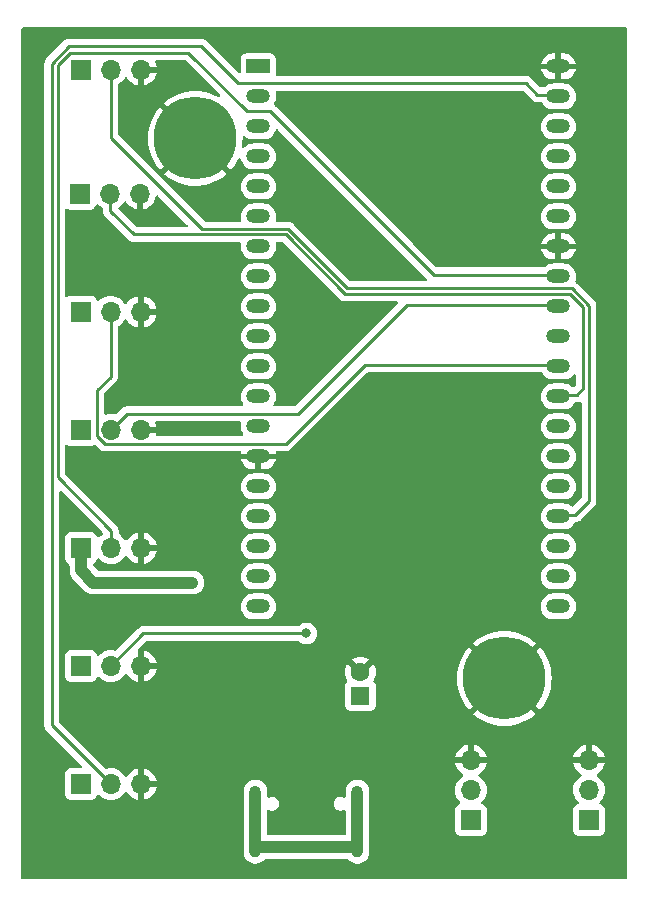
<source format=gbr>
%TF.GenerationSoftware,KiCad,Pcbnew,8.0.3*%
%TF.CreationDate,2024-07-18T19:56:29+02:00*%
%TF.ProjectId,7Analyzer,37416e61-6c79-47a6-9572-2e6b69636164,rev?*%
%TF.SameCoordinates,Original*%
%TF.FileFunction,Copper,L2,Bot*%
%TF.FilePolarity,Positive*%
%FSLAX46Y46*%
G04 Gerber Fmt 4.6, Leading zero omitted, Abs format (unit mm)*
G04 Created by KiCad (PCBNEW 8.0.3) date 2024-07-18 19:56:29*
%MOMM*%
%LPD*%
G01*
G04 APERTURE LIST*
%TA.AperFunction,ComponentPad*%
%ADD10C,7.000000*%
%TD*%
%TA.AperFunction,ComponentPad*%
%ADD11R,1.700000X1.700000*%
%TD*%
%TA.AperFunction,ComponentPad*%
%ADD12O,1.700000X1.700000*%
%TD*%
%TA.AperFunction,ComponentPad*%
%ADD13R,2.000000X1.200000*%
%TD*%
%TA.AperFunction,ComponentPad*%
%ADD14O,2.000000X1.200000*%
%TD*%
%TA.AperFunction,ComponentPad*%
%ADD15R,1.600000X1.600000*%
%TD*%
%TA.AperFunction,ComponentPad*%
%ADD16C,1.600000*%
%TD*%
%TA.AperFunction,ComponentPad*%
%ADD17O,1.000000X1.800000*%
%TD*%
%TA.AperFunction,ComponentPad*%
%ADD18O,1.000000X2.100000*%
%TD*%
%TA.AperFunction,ViaPad*%
%ADD19C,0.800000*%
%TD*%
%TA.AperFunction,Conductor*%
%ADD20C,0.250000*%
%TD*%
%TA.AperFunction,Conductor*%
%ADD21C,1.000000*%
%TD*%
G04 APERTURE END LIST*
D10*
%TO.P,J2,1*%
%TO.N,GND*%
X26670000Y-21336000D03*
%TD*%
%TO.P,J1,1*%
%TO.N,GND*%
X52832000Y-67056000D03*
%TD*%
D11*
%TO.P,J10,1*%
%TO.N,+5V*%
X16975000Y-66000000D03*
D12*
%TO.P,J10,2*%
%TO.N,/A21*%
X19515000Y-66000000D03*
%TO.P,J10,3*%
%TO.N,GND*%
X22055000Y-66000000D03*
%TD*%
D13*
%TO.P,U1,1,3V3*%
%TO.N,+3.3V*%
X32004000Y-15240000D03*
D14*
%TO.P,U1,2,CHIP_PU*%
%TO.N,unconnected-(U1-CHIP_PU-Pad2)*%
X32004000Y-17780000D03*
%TO.P,U1,3,SENSOR_VP/GPIO36/ADC1_CH0*%
%TO.N,unconnected-(U1-SENSOR_VP{slash}GPIO36{slash}ADC1_CH0-Pad3)*%
X32004000Y-20320000D03*
%TO.P,U1,4,SENSOR_VN/GPIO39/ADC1_CH3*%
%TO.N,unconnected-(U1-SENSOR_VN{slash}GPIO39{slash}ADC1_CH3-Pad4)*%
X32004000Y-22860000D03*
%TO.P,U1,5,VDET_1/GPIO34/ADC1_CH6*%
%TO.N,/A34*%
X32004000Y-25400000D03*
%TO.P,U1,6,VDET_2/GPIO35/ADC1_CH7*%
%TO.N,/A35*%
X32004000Y-27940000D03*
%TO.P,U1,7,32K_XP/GPIO32/ADC1_CH4*%
%TO.N,unconnected-(U1-32K_XP{slash}GPIO32{slash}ADC1_CH4-Pad7)*%
X32004000Y-30480000D03*
%TO.P,U1,8,32K_XN/GPIO33/ADC1_CH5*%
%TO.N,unconnected-(U1-32K_XN{slash}GPIO33{slash}ADC1_CH5-Pad8)*%
X32004000Y-33020000D03*
%TO.P,U1,9,DAC_1/ADC2_CH8/GPIO25*%
%TO.N,unconnected-(U1-DAC_1{slash}ADC2_CH8{slash}GPIO25-Pad9)*%
X32004000Y-35560000D03*
%TO.P,U1,10,DAC_2/ADC2_CH9/GPIO26*%
%TO.N,unconnected-(U1-DAC_2{slash}ADC2_CH9{slash}GPIO26-Pad10)*%
X32004000Y-38100000D03*
%TO.P,U1,11,ADC2_CH7/GPIO27*%
%TO.N,unconnected-(U1-ADC2_CH7{slash}GPIO27-Pad11)*%
X32004000Y-40640000D03*
%TO.P,U1,12,MTMS/GPIO14/ADC2_CH6*%
%TO.N,unconnected-(U1-MTMS{slash}GPIO14{slash}ADC2_CH6-Pad12)*%
X32004000Y-43180000D03*
%TO.P,U1,13,MTDI/GPIO12/ADC2_CH5*%
%TO.N,unconnected-(U1-MTDI{slash}GPIO12{slash}ADC2_CH5-Pad13)*%
X32004000Y-45720000D03*
%TO.P,U1,14,GND*%
%TO.N,GND*%
X32004000Y-48260000D03*
%TO.P,U1,15,MTCK/GPIO13/ADC2_CH4*%
%TO.N,unconnected-(U1-MTCK{slash}GPIO13{slash}ADC2_CH4-Pad15)*%
X32004000Y-50800000D03*
%TO.P,U1,16,SD_DATA2/GPIO9*%
%TO.N,unconnected-(U1-SD_DATA2{slash}GPIO9-Pad16)*%
X32004000Y-53340000D03*
%TO.P,U1,17,SD_DATA3/GPIO10*%
%TO.N,unconnected-(U1-SD_DATA3{slash}GPIO10-Pad17)*%
X32004000Y-55880000D03*
%TO.P,U1,18,CMD*%
%TO.N,unconnected-(U1-CMD-Pad18)*%
X32004000Y-58420000D03*
%TO.P,U1,19,5V*%
%TO.N,+5V*%
X32004000Y-60960000D03*
%TO.P,U1,20,SD_CLK/GPIO6*%
%TO.N,unconnected-(U1-SD_CLK{slash}GPIO6-Pad20)*%
X57400320Y-60957280D03*
%TO.P,U1,21,SD_DATA0/GPIO7*%
%TO.N,unconnected-(U1-SD_DATA0{slash}GPIO7-Pad21)*%
X57400320Y-58417280D03*
%TO.P,U1,22,SD_DATA1/GPIO8*%
%TO.N,unconnected-(U1-SD_DATA1{slash}GPIO8-Pad22)*%
X57404000Y-55880000D03*
%TO.P,U1,23,MTDO/GPIO15/ADC2_CH3*%
%TO.N,/A15*%
X57404000Y-53340000D03*
%TO.P,U1,24,ADC2_CH2/GPIO2*%
%TO.N,unconnected-(U1-ADC2_CH2{slash}GPIO2-Pad24)*%
X57404000Y-50800000D03*
%TO.P,U1,25,GPIO0/BOOT/ADC2_CH1*%
%TO.N,unconnected-(U1-GPIO0{slash}BOOT{slash}ADC2_CH1-Pad25)*%
X57404000Y-48260000D03*
%TO.P,U1,26,ADC2_CH0/GPIO4*%
%TO.N,unconnected-(U1-ADC2_CH0{slash}GPIO4-Pad26)*%
X57404000Y-45720000D03*
%TO.P,U1,27,GPIO16*%
%TO.N,/A16*%
X57404000Y-43180000D03*
%TO.P,U1,28,GPIO17*%
%TO.N,/A17*%
X57404000Y-40640000D03*
%TO.P,U1,29,GPIO5*%
%TO.N,unconnected-(U1-GPIO5-Pad29)*%
X57404000Y-38100000D03*
%TO.P,U1,30,GPIO18*%
%TO.N,/A18*%
X57404000Y-35560000D03*
%TO.P,U1,31,GPIO19*%
%TO.N,/A19*%
X57404000Y-33020000D03*
%TO.P,U1,32,GND*%
%TO.N,GND*%
X57404000Y-30480000D03*
%TO.P,U1,33,GPIO21*%
%TO.N,/A21*%
X57404000Y-27940000D03*
%TO.P,U1,34,U0RXD/GPIO3*%
%TO.N,unconnected-(U1-U0RXD{slash}GPIO3-Pad34)*%
X57404000Y-25400000D03*
%TO.P,U1,35,U0TXD/GPIO1*%
%TO.N,unconnected-(U1-U0TXD{slash}GPIO1-Pad35)*%
X57404000Y-22860000D03*
%TO.P,U1,36,GPIO22*%
%TO.N,unconnected-(U1-GPIO22-Pad36)*%
X57404000Y-20320000D03*
%TO.P,U1,37,GPIO23*%
%TO.N,/A23*%
X57404000Y-17780000D03*
%TO.P,U1,38,GND*%
%TO.N,GND*%
X57404000Y-15240000D03*
%TD*%
D11*
%TO.P,J9,1*%
%TO.N,+5V*%
X17000000Y-56000000D03*
D12*
%TO.P,J9,2*%
%TO.N,/A19*%
X19540000Y-56000000D03*
%TO.P,J9,3*%
%TO.N,GND*%
X22080000Y-56000000D03*
%TD*%
D15*
%TO.P,C1,1*%
%TO.N,Net-(L1--)*%
X40640000Y-68519113D03*
D16*
%TO.P,C1,2*%
%TO.N,GND*%
X40640000Y-66519113D03*
%TD*%
D11*
%TO.P,J8,1*%
%TO.N,+5V*%
X16960000Y-46000000D03*
D12*
%TO.P,J8,2*%
%TO.N,/A18*%
X19500000Y-46000000D03*
%TO.P,J8,3*%
%TO.N,GND*%
X22040000Y-46000000D03*
%TD*%
D11*
%TO.P,J5,1*%
%TO.N,+5V*%
X16975000Y-15500000D03*
D12*
%TO.P,J5,2*%
%TO.N,/A15*%
X19515000Y-15500000D03*
%TO.P,J5,3*%
%TO.N,GND*%
X22055000Y-15500000D03*
%TD*%
D11*
%TO.P,J3,1*%
%TO.N,+5V*%
X60000000Y-79025000D03*
D12*
%TO.P,J3,2*%
%TO.N,/A34*%
X60000000Y-76485000D03*
%TO.P,J3,3*%
%TO.N,GND*%
X60000000Y-73945000D03*
%TD*%
D11*
%TO.P,J11,1*%
%TO.N,+5V*%
X16975000Y-76000000D03*
D12*
%TO.P,J11,2*%
%TO.N,/A23*%
X19515000Y-76000000D03*
%TO.P,J11,3*%
%TO.N,GND*%
X22055000Y-76000000D03*
%TD*%
D11*
%TO.P,J6,1*%
%TO.N,+5V*%
X16920000Y-26000000D03*
D12*
%TO.P,J6,2*%
%TO.N,/A16*%
X19460000Y-26000000D03*
%TO.P,J6,3*%
%TO.N,GND*%
X22000000Y-26000000D03*
%TD*%
D11*
%TO.P,J7,1*%
%TO.N,+5V*%
X16960000Y-36000000D03*
D12*
%TO.P,J7,2*%
%TO.N,/A17*%
X19500000Y-36000000D03*
%TO.P,J7,3*%
%TO.N,GND*%
X22040000Y-36000000D03*
%TD*%
D11*
%TO.P,J4,1*%
%TO.N,+5V*%
X50000000Y-79040000D03*
D12*
%TO.P,J4,2*%
%TO.N,/A35*%
X50000000Y-76500000D03*
%TO.P,J4,3*%
%TO.N,GND*%
X50000000Y-73960000D03*
%TD*%
D17*
%TO.P,P1,S1,SHIELD*%
%TO.N,unconnected-(P1-SHIELD-PadS1)*%
X40388000Y-81339000D03*
D18*
X40388000Y-77159000D03*
D17*
X31748000Y-81339000D03*
D18*
X31748000Y-77159000D03*
%TD*%
D19*
%TO.N,/A21*%
X36068000Y-63246000D03*
%TO.N,+5V*%
X26425000Y-58937000D03*
%TD*%
D20*
%TO.N,/A19*%
X19540000Y-54540000D02*
X15000000Y-50000000D01*
X15000000Y-50000000D02*
X15000000Y-15136396D01*
X15000000Y-15136396D02*
X16068198Y-14068198D01*
X19540000Y-56000000D02*
X19540000Y-54540000D01*
X16068198Y-14068198D02*
X26068198Y-14068198D01*
X33020000Y-19050000D02*
X46846560Y-32876560D01*
X26068198Y-14068198D02*
X31050000Y-19050000D01*
X46846560Y-32876560D02*
X57200000Y-32876560D01*
X31050000Y-19050000D02*
X33020000Y-19050000D01*
%TO.N,/A23*%
X57200000Y-17636560D02*
X55636560Y-17636560D01*
X16000000Y-13500000D02*
X14500000Y-15000000D01*
X14500000Y-15000000D02*
X14500000Y-70985000D01*
X55636560Y-17636560D02*
X54675000Y-16675000D01*
X14500000Y-70985000D02*
X19515000Y-76000000D01*
X54675000Y-16675000D02*
X30311000Y-16675000D01*
X30311000Y-16675000D02*
X27136000Y-13500000D01*
X27136000Y-13500000D02*
X16000000Y-13500000D01*
%TO.N,/A18*%
X20848440Y-44651560D02*
X35348440Y-44651560D01*
X44583440Y-35416560D02*
X35348440Y-44651560D01*
X19500000Y-46000000D02*
X20848440Y-44651560D01*
X57200000Y-35416560D02*
X44583440Y-35416560D01*
%TO.N,/A17*%
X18325000Y-46486701D02*
X19013299Y-47175000D01*
X19500000Y-41490991D02*
X18325000Y-42665991D01*
X34325000Y-47175000D02*
X41003440Y-40496560D01*
X18325000Y-42665991D02*
X18325000Y-46486701D01*
X19013299Y-47175000D02*
X34325000Y-47175000D01*
X41003440Y-40496560D02*
X57200000Y-40496560D01*
X19500000Y-36000000D02*
X19500000Y-41490991D01*
%TO.N,/A16*%
X21464000Y-29464000D02*
X34327604Y-29464000D01*
X19460000Y-26000000D02*
X19460000Y-27460000D01*
X58355164Y-34491560D02*
X59500000Y-35636396D01*
X59500000Y-35636396D02*
X59500000Y-42500000D01*
X58963440Y-43036560D02*
X57200000Y-43036560D01*
X40508440Y-34491560D02*
X58355164Y-34491560D01*
X34327604Y-29464000D02*
X39363604Y-34500000D01*
X59500000Y-42500000D02*
X58963440Y-43036560D01*
X19460000Y-27460000D02*
X21464000Y-29464000D01*
X39363604Y-34500000D02*
X40500000Y-34500000D01*
X40500000Y-34500000D02*
X40508440Y-34491560D01*
%TO.N,/A15*%
X39536000Y-34036000D02*
X58536000Y-34036000D01*
X60000000Y-52000000D02*
X58803440Y-53196560D01*
X27264000Y-29014000D02*
X34514000Y-29014000D01*
X19515000Y-21265000D02*
X27264000Y-29014000D01*
X34514000Y-29014000D02*
X39536000Y-34036000D01*
X58536000Y-34036000D02*
X60000000Y-35500000D01*
X60000000Y-35500000D02*
X60000000Y-52000000D01*
X19515000Y-15500000D02*
X19515000Y-21265000D01*
X58803440Y-53196560D02*
X57200000Y-53196560D01*
%TO.N,/A21*%
X36068000Y-63246000D02*
X22269000Y-63246000D01*
X22269000Y-63246000D02*
X19515000Y-66000000D01*
D21*
%TO.N,+5V*%
X17018000Y-57404000D02*
X17000000Y-57386000D01*
X26425000Y-58937000D02*
X18043000Y-58937000D01*
X17018000Y-57912000D02*
X17018000Y-57404000D01*
X18043000Y-58937000D02*
X17018000Y-57912000D01*
X17000000Y-57386000D02*
X17000000Y-56000000D01*
%TO.N,unconnected-(P1-SHIELD-PadS1)*%
X31748000Y-81339000D02*
X40388000Y-81339000D01*
X40388000Y-81339000D02*
X40388000Y-77159000D01*
X31748000Y-77159000D02*
X31748000Y-81339000D01*
%TD*%
%TA.AperFunction,Conductor*%
%TO.N,GND*%
G36*
X30487154Y-45296745D02*
G01*
X30532909Y-45349549D01*
X30542853Y-45418707D01*
X30538047Y-45439370D01*
X30530598Y-45462299D01*
X30503500Y-45633389D01*
X30503500Y-45806611D01*
X30530598Y-45977701D01*
X30537843Y-46000000D01*
X30584128Y-46142447D01*
X30662770Y-46296791D01*
X30703328Y-46352615D01*
X30726808Y-46418421D01*
X30710983Y-46486475D01*
X30660877Y-46535170D01*
X30603010Y-46549500D01*
X23451985Y-46549500D01*
X23384946Y-46529815D01*
X23339191Y-46477011D01*
X23329247Y-46407853D01*
X23332210Y-46393406D01*
X23370636Y-46250000D01*
X22473012Y-46250000D01*
X22505925Y-46192993D01*
X22540000Y-46065826D01*
X22540000Y-45934174D01*
X22505925Y-45807007D01*
X22473012Y-45750000D01*
X23370636Y-45750000D01*
X23370635Y-45749999D01*
X23313432Y-45536513D01*
X23313428Y-45536502D01*
X23274707Y-45453464D01*
X23264215Y-45384387D01*
X23292735Y-45320603D01*
X23351212Y-45282364D01*
X23387089Y-45277060D01*
X30420115Y-45277060D01*
X30487154Y-45296745D01*
G37*
%TD.AperFunction*%
%TA.AperFunction,Conductor*%
G36*
X18438418Y-26895417D02*
G01*
X18466673Y-26916569D01*
X18588599Y-27038495D01*
X18781624Y-27173653D01*
X18825248Y-27228228D01*
X18834500Y-27275226D01*
X18834500Y-27521611D01*
X18858535Y-27642444D01*
X18858540Y-27642461D01*
X18905685Y-27756280D01*
X18905690Y-27756289D01*
X18939914Y-27807507D01*
X18939915Y-27807509D01*
X18974141Y-27858733D01*
X19065586Y-27950178D01*
X19065608Y-27950198D01*
X20975016Y-29859606D01*
X20975045Y-29859637D01*
X21065264Y-29949856D01*
X21065267Y-29949858D01*
X21116490Y-29984084D01*
X21167714Y-30018312D01*
X21248207Y-30051652D01*
X21281548Y-30065463D01*
X21341971Y-30077481D01*
X21402393Y-30089500D01*
X21402394Y-30089500D01*
X30406446Y-30089500D01*
X30473485Y-30109185D01*
X30519240Y-30161989D01*
X30529184Y-30231147D01*
X30528919Y-30232898D01*
X30503500Y-30393389D01*
X30503500Y-30566611D01*
X30530598Y-30737701D01*
X30584127Y-30902445D01*
X30662768Y-31056788D01*
X30764586Y-31196928D01*
X30887072Y-31319414D01*
X31027212Y-31421232D01*
X31181555Y-31499873D01*
X31346299Y-31553402D01*
X31517389Y-31580500D01*
X31517390Y-31580500D01*
X32490610Y-31580500D01*
X32490611Y-31580500D01*
X32661701Y-31553402D01*
X32826445Y-31499873D01*
X32980788Y-31421232D01*
X33120928Y-31319414D01*
X33243414Y-31196928D01*
X33345232Y-31056788D01*
X33423873Y-30902445D01*
X33477402Y-30737701D01*
X33504500Y-30566611D01*
X33504500Y-30393389D01*
X33479081Y-30232898D01*
X33488036Y-30163604D01*
X33533032Y-30110152D01*
X33599784Y-30089513D01*
X33601554Y-30089500D01*
X34017152Y-30089500D01*
X34084191Y-30109185D01*
X34104833Y-30125819D01*
X38964867Y-34985855D01*
X38964871Y-34985858D01*
X39067314Y-35054309D01*
X39067315Y-35054309D01*
X39067319Y-35054312D01*
X39134000Y-35081931D01*
X39134002Y-35081933D01*
X39180669Y-35101263D01*
X39181152Y-35101463D01*
X39201201Y-35105451D01*
X39233773Y-35111930D01*
X39301996Y-35125501D01*
X39301998Y-35125501D01*
X39431325Y-35125501D01*
X39431345Y-35125500D01*
X40561607Y-35125500D01*
X40592059Y-35119442D01*
X40616249Y-35117060D01*
X43698988Y-35117060D01*
X43766027Y-35136745D01*
X43811782Y-35189549D01*
X43821726Y-35258707D01*
X43792701Y-35322263D01*
X43786669Y-35328741D01*
X35125669Y-43989741D01*
X35064346Y-44023226D01*
X35037988Y-44026060D01*
X33392958Y-44026060D01*
X33325919Y-44006375D01*
X33280164Y-43953571D01*
X33270220Y-43884413D01*
X33292640Y-43829174D01*
X33345232Y-43756788D01*
X33423873Y-43602445D01*
X33477402Y-43437701D01*
X33504500Y-43266611D01*
X33504500Y-43093389D01*
X33477402Y-42922299D01*
X33423873Y-42757555D01*
X33345232Y-42603212D01*
X33243414Y-42463072D01*
X33120928Y-42340586D01*
X32980788Y-42238768D01*
X32826445Y-42160127D01*
X32661701Y-42106598D01*
X32661699Y-42106597D01*
X32661698Y-42106597D01*
X32530271Y-42085781D01*
X32490611Y-42079500D01*
X31517389Y-42079500D01*
X31477728Y-42085781D01*
X31346302Y-42106597D01*
X31181552Y-42160128D01*
X31027211Y-42238768D01*
X30947256Y-42296859D01*
X30887072Y-42340586D01*
X30887070Y-42340588D01*
X30887069Y-42340588D01*
X30764588Y-42463069D01*
X30764588Y-42463070D01*
X30764586Y-42463072D01*
X30749716Y-42483539D01*
X30662768Y-42603211D01*
X30584128Y-42757552D01*
X30530597Y-42922302D01*
X30503500Y-43093389D01*
X30503500Y-43266611D01*
X30530598Y-43437701D01*
X30569245Y-43556644D01*
X30584128Y-43602447D01*
X30662768Y-43756788D01*
X30715360Y-43829174D01*
X30738840Y-43894980D01*
X30723015Y-43963034D01*
X30672909Y-44011729D01*
X30615042Y-44026060D01*
X20786829Y-44026060D01*
X20726411Y-44038078D01*
X20688699Y-44045579D01*
X20665990Y-44050096D01*
X20665988Y-44050097D01*
X20632647Y-44063907D01*
X20552158Y-44097245D01*
X20552154Y-44097247D01*
X20516261Y-44121232D01*
X20516259Y-44121233D01*
X20449708Y-44165700D01*
X20415538Y-44199871D01*
X20362582Y-44252827D01*
X20362579Y-44252830D01*
X19955646Y-44659762D01*
X19894323Y-44693247D01*
X19835872Y-44691856D01*
X19735413Y-44664938D01*
X19735403Y-44664936D01*
X19500001Y-44644341D01*
X19499999Y-44644341D01*
X19264596Y-44664936D01*
X19264583Y-44664939D01*
X19106592Y-44707271D01*
X19036742Y-44705608D01*
X18978880Y-44666445D01*
X18951377Y-44602216D01*
X18950500Y-44587496D01*
X18950500Y-42976442D01*
X18970185Y-42909403D01*
X18986815Y-42888765D01*
X19898729Y-41976851D01*
X19898733Y-41976849D01*
X19985858Y-41889724D01*
X20054311Y-41787277D01*
X20054312Y-41787276D01*
X20054313Y-41787273D01*
X20054315Y-41787270D01*
X20073687Y-41740500D01*
X20101463Y-41673442D01*
X20125500Y-41552598D01*
X20125500Y-41429384D01*
X20125500Y-40553389D01*
X30503500Y-40553389D01*
X30503500Y-40726611D01*
X30530598Y-40897701D01*
X30584127Y-41062445D01*
X30662768Y-41216788D01*
X30764586Y-41356928D01*
X30887072Y-41479414D01*
X31027212Y-41581232D01*
X31181555Y-41659873D01*
X31346299Y-41713402D01*
X31517389Y-41740500D01*
X31517390Y-41740500D01*
X32490610Y-41740500D01*
X32490611Y-41740500D01*
X32661701Y-41713402D01*
X32826445Y-41659873D01*
X32980788Y-41581232D01*
X33120928Y-41479414D01*
X33243414Y-41356928D01*
X33345232Y-41216788D01*
X33423873Y-41062445D01*
X33477402Y-40897701D01*
X33504500Y-40726611D01*
X33504500Y-40553389D01*
X33477402Y-40382299D01*
X33423873Y-40217555D01*
X33345232Y-40063212D01*
X33243414Y-39923072D01*
X33120928Y-39800586D01*
X32980788Y-39698768D01*
X32826445Y-39620127D01*
X32661701Y-39566598D01*
X32661699Y-39566597D01*
X32661698Y-39566597D01*
X32530271Y-39545781D01*
X32490611Y-39539500D01*
X31517389Y-39539500D01*
X31477728Y-39545781D01*
X31346302Y-39566597D01*
X31181552Y-39620128D01*
X31027211Y-39698768D01*
X30947256Y-39756859D01*
X30887072Y-39800586D01*
X30887070Y-39800588D01*
X30887069Y-39800588D01*
X30764588Y-39923069D01*
X30764588Y-39923070D01*
X30764586Y-39923072D01*
X30764582Y-39923078D01*
X30662768Y-40063211D01*
X30584128Y-40217552D01*
X30530597Y-40382302D01*
X30503500Y-40553389D01*
X20125500Y-40553389D01*
X20125500Y-38013389D01*
X30503500Y-38013389D01*
X30503500Y-38186611D01*
X30530598Y-38357701D01*
X30584127Y-38522445D01*
X30662768Y-38676788D01*
X30764586Y-38816928D01*
X30887072Y-38939414D01*
X31027212Y-39041232D01*
X31181555Y-39119873D01*
X31346299Y-39173402D01*
X31517389Y-39200500D01*
X31517390Y-39200500D01*
X32490610Y-39200500D01*
X32490611Y-39200500D01*
X32661701Y-39173402D01*
X32826445Y-39119873D01*
X32980788Y-39041232D01*
X33120928Y-38939414D01*
X33243414Y-38816928D01*
X33345232Y-38676788D01*
X33423873Y-38522445D01*
X33477402Y-38357701D01*
X33504500Y-38186611D01*
X33504500Y-38013389D01*
X33477402Y-37842299D01*
X33423873Y-37677555D01*
X33345232Y-37523212D01*
X33243414Y-37383072D01*
X33120928Y-37260586D01*
X32980788Y-37158768D01*
X32826445Y-37080127D01*
X32661701Y-37026598D01*
X32661699Y-37026597D01*
X32661698Y-37026597D01*
X32530271Y-37005781D01*
X32490611Y-36999500D01*
X31517389Y-36999500D01*
X31477728Y-37005781D01*
X31346302Y-37026597D01*
X31181552Y-37080128D01*
X31027211Y-37158768D01*
X30972614Y-37198436D01*
X30887072Y-37260586D01*
X30887070Y-37260588D01*
X30887069Y-37260588D01*
X30764588Y-37383069D01*
X30764588Y-37383070D01*
X30764586Y-37383072D01*
X30764582Y-37383078D01*
X30662768Y-37523211D01*
X30584128Y-37677552D01*
X30530597Y-37842302D01*
X30503500Y-38013389D01*
X20125500Y-38013389D01*
X20125500Y-37275226D01*
X20145185Y-37208187D01*
X20178374Y-37173654D01*
X20371401Y-37038495D01*
X20538495Y-36871401D01*
X20668730Y-36685405D01*
X20723307Y-36641781D01*
X20792805Y-36634587D01*
X20855160Y-36666110D01*
X20871879Y-36685405D01*
X21001890Y-36871078D01*
X21168917Y-37038105D01*
X21362421Y-37173600D01*
X21576507Y-37273429D01*
X21576516Y-37273433D01*
X21790000Y-37330634D01*
X21790000Y-36433012D01*
X21847007Y-36465925D01*
X21974174Y-36500000D01*
X22105826Y-36500000D01*
X22232993Y-36465925D01*
X22290000Y-36433012D01*
X22290000Y-37330633D01*
X22503483Y-37273433D01*
X22503492Y-37273429D01*
X22717578Y-37173600D01*
X22911082Y-37038105D01*
X23078105Y-36871082D01*
X23213600Y-36677578D01*
X23313429Y-36463492D01*
X23313432Y-36463486D01*
X23370636Y-36250000D01*
X22473012Y-36250000D01*
X22505925Y-36192993D01*
X22540000Y-36065826D01*
X22540000Y-35934174D01*
X22505925Y-35807007D01*
X22473012Y-35750000D01*
X23370636Y-35750000D01*
X23370635Y-35749999D01*
X23313432Y-35536513D01*
X23313429Y-35536507D01*
X23283997Y-35473389D01*
X30503500Y-35473389D01*
X30503500Y-35646611D01*
X30530598Y-35817701D01*
X30584127Y-35982445D01*
X30662768Y-36136788D01*
X30764586Y-36276928D01*
X30887072Y-36399414D01*
X31027212Y-36501232D01*
X31181555Y-36579873D01*
X31346299Y-36633402D01*
X31517389Y-36660500D01*
X31517390Y-36660500D01*
X32490610Y-36660500D01*
X32490611Y-36660500D01*
X32661701Y-36633402D01*
X32826445Y-36579873D01*
X32980788Y-36501232D01*
X33120928Y-36399414D01*
X33243414Y-36276928D01*
X33345232Y-36136788D01*
X33423873Y-35982445D01*
X33477402Y-35817701D01*
X33504500Y-35646611D01*
X33504500Y-35473389D01*
X33477402Y-35302299D01*
X33423873Y-35137555D01*
X33345232Y-34983212D01*
X33243414Y-34843072D01*
X33120928Y-34720586D01*
X32980788Y-34618768D01*
X32826445Y-34540127D01*
X32661701Y-34486598D01*
X32661699Y-34486597D01*
X32661698Y-34486597D01*
X32530271Y-34465781D01*
X32490611Y-34459500D01*
X31517389Y-34459500D01*
X31477728Y-34465781D01*
X31346302Y-34486597D01*
X31181552Y-34540128D01*
X31027211Y-34618768D01*
X30957573Y-34669364D01*
X30887072Y-34720586D01*
X30887070Y-34720588D01*
X30887069Y-34720588D01*
X30764588Y-34843069D01*
X30764588Y-34843070D01*
X30764586Y-34843072D01*
X30720859Y-34903256D01*
X30662768Y-34983211D01*
X30584128Y-35137552D01*
X30530597Y-35302302D01*
X30521741Y-35358219D01*
X30503500Y-35473389D01*
X23283997Y-35473389D01*
X23213600Y-35322422D01*
X23213599Y-35322420D01*
X23078113Y-35128926D01*
X23078108Y-35128920D01*
X22911082Y-34961894D01*
X22717578Y-34826399D01*
X22503492Y-34726570D01*
X22503486Y-34726567D01*
X22290000Y-34669364D01*
X22290000Y-35566988D01*
X22232993Y-35534075D01*
X22105826Y-35500000D01*
X21974174Y-35500000D01*
X21847007Y-35534075D01*
X21790000Y-35566988D01*
X21790000Y-34669364D01*
X21789999Y-34669364D01*
X21576513Y-34726567D01*
X21576507Y-34726570D01*
X21362422Y-34826399D01*
X21362420Y-34826400D01*
X21168926Y-34961886D01*
X21168920Y-34961891D01*
X21001891Y-35128920D01*
X21001890Y-35128922D01*
X20871880Y-35314595D01*
X20817303Y-35358219D01*
X20747804Y-35365412D01*
X20685450Y-35333890D01*
X20668730Y-35314594D01*
X20538494Y-35128597D01*
X20371402Y-34961506D01*
X20371395Y-34961501D01*
X20177834Y-34825967D01*
X20177830Y-34825965D01*
X20177828Y-34825964D01*
X19963663Y-34726097D01*
X19963659Y-34726096D01*
X19963655Y-34726094D01*
X19735413Y-34664938D01*
X19735403Y-34664936D01*
X19500001Y-34644341D01*
X19499999Y-34644341D01*
X19264596Y-34664936D01*
X19264586Y-34664938D01*
X19036344Y-34726094D01*
X19036335Y-34726098D01*
X18822171Y-34825964D01*
X18822169Y-34825965D01*
X18628600Y-34961503D01*
X18506673Y-35083430D01*
X18445350Y-35116914D01*
X18375658Y-35111930D01*
X18319725Y-35070058D01*
X18302810Y-35039081D01*
X18253797Y-34907671D01*
X18253793Y-34907664D01*
X18167547Y-34792455D01*
X18167544Y-34792452D01*
X18052335Y-34706206D01*
X18052328Y-34706202D01*
X17917482Y-34655908D01*
X17917483Y-34655908D01*
X17857883Y-34649501D01*
X17857881Y-34649500D01*
X17857873Y-34649500D01*
X17857864Y-34649500D01*
X16062129Y-34649500D01*
X16062123Y-34649501D01*
X16002516Y-34655908D01*
X15867671Y-34706202D01*
X15867668Y-34706204D01*
X15823811Y-34739036D01*
X15758347Y-34763453D01*
X15690074Y-34748601D01*
X15640668Y-34699196D01*
X15625500Y-34639769D01*
X15625500Y-32933389D01*
X30503500Y-32933389D01*
X30503500Y-33106611D01*
X30530598Y-33277701D01*
X30584127Y-33442445D01*
X30662768Y-33596788D01*
X30764586Y-33736928D01*
X30887072Y-33859414D01*
X31027212Y-33961232D01*
X31181555Y-34039873D01*
X31346299Y-34093402D01*
X31517389Y-34120500D01*
X31517390Y-34120500D01*
X32490610Y-34120500D01*
X32490611Y-34120500D01*
X32661701Y-34093402D01*
X32826445Y-34039873D01*
X32980788Y-33961232D01*
X33120928Y-33859414D01*
X33243414Y-33736928D01*
X33345232Y-33596788D01*
X33423873Y-33442445D01*
X33477402Y-33277701D01*
X33504500Y-33106611D01*
X33504500Y-32933389D01*
X33477402Y-32762299D01*
X33423873Y-32597555D01*
X33345232Y-32443212D01*
X33243414Y-32303072D01*
X33120928Y-32180586D01*
X32980788Y-32078768D01*
X32826445Y-32000127D01*
X32661701Y-31946598D01*
X32661699Y-31946597D01*
X32661698Y-31946597D01*
X32530271Y-31925781D01*
X32490611Y-31919500D01*
X31517389Y-31919500D01*
X31477728Y-31925781D01*
X31346302Y-31946597D01*
X31181552Y-32000128D01*
X31027211Y-32078768D01*
X30947256Y-32136859D01*
X30887072Y-32180586D01*
X30887070Y-32180588D01*
X30887069Y-32180588D01*
X30764588Y-32303069D01*
X30764588Y-32303070D01*
X30764586Y-32303072D01*
X30720859Y-32363256D01*
X30662768Y-32443211D01*
X30584128Y-32597552D01*
X30530597Y-32762302D01*
X30503500Y-32933389D01*
X15625500Y-32933389D01*
X15625500Y-27390174D01*
X15645185Y-27323135D01*
X15697989Y-27277380D01*
X15767147Y-27267436D01*
X15823814Y-27290910D01*
X15827669Y-27293796D01*
X15827670Y-27293796D01*
X15827671Y-27293797D01*
X15962517Y-27344091D01*
X15962516Y-27344091D01*
X15969444Y-27344835D01*
X16022127Y-27350500D01*
X17817872Y-27350499D01*
X17877483Y-27344091D01*
X18012331Y-27293796D01*
X18127546Y-27207546D01*
X18213796Y-27092331D01*
X18262810Y-26960916D01*
X18304681Y-26904984D01*
X18370145Y-26880566D01*
X18438418Y-26895417D01*
G37*
%TD.AperFunction*%
%TA.AperFunction,Conductor*%
G36*
X25824785Y-14713383D02*
G01*
X25845427Y-14730017D01*
X28749580Y-17634170D01*
X28783065Y-17695493D01*
X28778081Y-17765185D01*
X28736209Y-17821118D01*
X28670745Y-17845535D01*
X28602472Y-17830683D01*
X28598151Y-17828210D01*
X28557861Y-17804061D01*
X28202575Y-17636023D01*
X28202559Y-17636016D01*
X27832549Y-17503625D01*
X27451308Y-17408129D01*
X27062550Y-17350461D01*
X26670000Y-17331176D01*
X26277449Y-17350461D01*
X25888691Y-17408129D01*
X25507450Y-17503625D01*
X25137440Y-17636016D01*
X25137424Y-17636023D01*
X24782135Y-17804062D01*
X24445041Y-18006109D01*
X24129368Y-18240228D01*
X24023622Y-18336069D01*
X25621934Y-19934381D01*
X25513669Y-20017457D01*
X25351457Y-20179669D01*
X25268381Y-20287934D01*
X23670069Y-18689622D01*
X23574228Y-18795368D01*
X23340109Y-19111041D01*
X23138062Y-19448135D01*
X22970023Y-19803424D01*
X22970016Y-19803440D01*
X22837625Y-20173450D01*
X22742129Y-20554691D01*
X22684461Y-20943449D01*
X22665176Y-21336000D01*
X22684461Y-21728550D01*
X22742129Y-22117308D01*
X22837625Y-22498549D01*
X22970016Y-22868559D01*
X22970023Y-22868575D01*
X23138062Y-23223864D01*
X23340109Y-23560958D01*
X23574228Y-23876632D01*
X23670068Y-23982376D01*
X23670069Y-23982376D01*
X25268381Y-22384064D01*
X25351457Y-22492331D01*
X25513669Y-22654543D01*
X25621934Y-22737617D01*
X24023622Y-24335929D01*
X24023622Y-24335930D01*
X24129367Y-24431771D01*
X24445041Y-24665890D01*
X24782135Y-24867937D01*
X25137424Y-25035976D01*
X25137440Y-25035983D01*
X25507450Y-25168374D01*
X25888691Y-25263870D01*
X26277449Y-25321538D01*
X26670000Y-25340823D01*
X27062550Y-25321538D01*
X27117485Y-25313389D01*
X30503500Y-25313389D01*
X30503500Y-25486611D01*
X30530598Y-25657701D01*
X30584127Y-25822445D01*
X30662768Y-25976788D01*
X30764586Y-26116928D01*
X30887072Y-26239414D01*
X31027212Y-26341232D01*
X31181555Y-26419873D01*
X31346299Y-26473402D01*
X31517389Y-26500500D01*
X31517390Y-26500500D01*
X32490610Y-26500500D01*
X32490611Y-26500500D01*
X32661701Y-26473402D01*
X32826445Y-26419873D01*
X32980788Y-26341232D01*
X33120928Y-26239414D01*
X33243414Y-26116928D01*
X33345232Y-25976788D01*
X33423873Y-25822445D01*
X33477402Y-25657701D01*
X33504500Y-25486611D01*
X33504500Y-25313389D01*
X33477402Y-25142299D01*
X33423873Y-24977555D01*
X33345232Y-24823212D01*
X33243414Y-24683072D01*
X33120928Y-24560586D01*
X32980788Y-24458768D01*
X32826445Y-24380127D01*
X32661701Y-24326598D01*
X32661699Y-24326597D01*
X32661698Y-24326597D01*
X32530271Y-24305781D01*
X32490611Y-24299500D01*
X31517389Y-24299500D01*
X31477728Y-24305781D01*
X31346302Y-24326597D01*
X31181552Y-24380128D01*
X31027211Y-24458768D01*
X30947256Y-24516859D01*
X30887072Y-24560586D01*
X30887070Y-24560588D01*
X30887069Y-24560588D01*
X30764588Y-24683069D01*
X30764588Y-24683070D01*
X30764586Y-24683072D01*
X30733326Y-24726098D01*
X30662768Y-24823211D01*
X30584128Y-24977552D01*
X30530597Y-25142302D01*
X30526468Y-25168374D01*
X30503500Y-25313389D01*
X27117485Y-25313389D01*
X27451308Y-25263870D01*
X27832549Y-25168374D01*
X28202559Y-25035983D01*
X28202575Y-25035976D01*
X28557864Y-24867937D01*
X28894958Y-24665890D01*
X29210632Y-24431770D01*
X29316376Y-24335929D01*
X27718065Y-22737618D01*
X27826331Y-22654543D01*
X27988543Y-22492331D01*
X28071618Y-22384065D01*
X29669929Y-23982376D01*
X29765770Y-23876632D01*
X29999890Y-23560958D01*
X30201936Y-23223864D01*
X30289010Y-23039763D01*
X30335468Y-22987577D01*
X30402765Y-22968791D01*
X30469535Y-22989371D01*
X30514579Y-23042783D01*
X30523578Y-23073381D01*
X30530597Y-23117698D01*
X30530598Y-23117701D01*
X30584127Y-23282445D01*
X30662768Y-23436788D01*
X30764586Y-23576928D01*
X30887072Y-23699414D01*
X31027212Y-23801232D01*
X31181555Y-23879873D01*
X31346299Y-23933402D01*
X31517389Y-23960500D01*
X31517390Y-23960500D01*
X32490610Y-23960500D01*
X32490611Y-23960500D01*
X32661701Y-23933402D01*
X32826445Y-23879873D01*
X32980788Y-23801232D01*
X33120928Y-23699414D01*
X33243414Y-23576928D01*
X33345232Y-23436788D01*
X33423873Y-23282445D01*
X33477402Y-23117701D01*
X33504500Y-22946611D01*
X33504500Y-22773389D01*
X33477402Y-22602299D01*
X33423873Y-22437555D01*
X33345232Y-22283212D01*
X33243414Y-22143072D01*
X33120928Y-22020586D01*
X32980788Y-21918768D01*
X32826445Y-21840127D01*
X32661701Y-21786598D01*
X32661699Y-21786597D01*
X32661698Y-21786597D01*
X32530271Y-21765781D01*
X32490611Y-21759500D01*
X31517389Y-21759500D01*
X31477728Y-21765781D01*
X31346302Y-21786597D01*
X31181552Y-21840128D01*
X31027211Y-21918768D01*
X30887073Y-22020585D01*
X30829761Y-22077897D01*
X30768437Y-22111381D01*
X30698745Y-22106396D01*
X30642812Y-22064525D01*
X30618396Y-21999060D01*
X30619422Y-21972020D01*
X30655538Y-21728550D01*
X30674823Y-21336000D01*
X30670507Y-21248147D01*
X30686878Y-21180223D01*
X30737373Y-21131931D01*
X30805960Y-21118606D01*
X30870864Y-21144477D01*
X30882039Y-21154381D01*
X30887072Y-21159414D01*
X31027212Y-21261232D01*
X31181555Y-21339873D01*
X31346299Y-21393402D01*
X31517389Y-21420500D01*
X31517390Y-21420500D01*
X32490610Y-21420500D01*
X32490611Y-21420500D01*
X32661701Y-21393402D01*
X32826445Y-21339873D01*
X32980788Y-21261232D01*
X33120928Y-21159414D01*
X33243414Y-21036928D01*
X33345232Y-20896788D01*
X33423873Y-20742445D01*
X33460415Y-20629978D01*
X33499853Y-20572304D01*
X33564211Y-20545106D01*
X33633058Y-20557021D01*
X33666027Y-20580617D01*
X46284227Y-33198819D01*
X46317712Y-33260142D01*
X46312728Y-33329834D01*
X46270856Y-33385767D01*
X46205392Y-33410184D01*
X46196546Y-33410500D01*
X39846453Y-33410500D01*
X39779414Y-33390815D01*
X39758772Y-33374181D01*
X35006928Y-28622338D01*
X35006925Y-28622334D01*
X35006925Y-28622335D01*
X34999858Y-28615268D01*
X34999858Y-28615267D01*
X34912733Y-28528142D01*
X34912732Y-28528141D01*
X34912731Y-28528140D01*
X34861509Y-28493915D01*
X34810287Y-28459689D01*
X34810286Y-28459688D01*
X34810283Y-28459686D01*
X34810280Y-28459685D01*
X34729792Y-28426347D01*
X34696453Y-28412537D01*
X34686427Y-28410543D01*
X34636029Y-28400518D01*
X34575610Y-28388500D01*
X34575607Y-28388500D01*
X34575606Y-28388500D01*
X33586079Y-28388500D01*
X33519040Y-28368815D01*
X33473285Y-28316011D01*
X33463341Y-28246853D01*
X33468148Y-28226183D01*
X33471784Y-28214990D01*
X33477402Y-28197701D01*
X33504500Y-28026611D01*
X33504500Y-27853389D01*
X33477402Y-27682299D01*
X33423873Y-27517555D01*
X33345232Y-27363212D01*
X33243414Y-27223072D01*
X33120928Y-27100586D01*
X32980788Y-26998768D01*
X32826445Y-26920127D01*
X32661701Y-26866598D01*
X32661699Y-26866597D01*
X32661698Y-26866597D01*
X32530271Y-26845781D01*
X32490611Y-26839500D01*
X31517389Y-26839500D01*
X31477728Y-26845781D01*
X31346302Y-26866597D01*
X31181552Y-26920128D01*
X31027211Y-26998768D01*
X30947256Y-27056859D01*
X30887072Y-27100586D01*
X30887070Y-27100588D01*
X30887069Y-27100588D01*
X30764588Y-27223069D01*
X30764588Y-27223070D01*
X30764586Y-27223072D01*
X30726694Y-27275226D01*
X30662768Y-27363211D01*
X30584128Y-27517552D01*
X30530597Y-27682302D01*
X30503500Y-27853389D01*
X30503500Y-28026610D01*
X30530597Y-28197698D01*
X30530598Y-28197702D01*
X30539852Y-28226183D01*
X30541847Y-28296024D01*
X30505766Y-28355857D01*
X30443064Y-28386684D01*
X30421921Y-28388500D01*
X27574452Y-28388500D01*
X27507413Y-28368815D01*
X27486771Y-28352181D01*
X20176819Y-21042229D01*
X20143334Y-20980906D01*
X20140500Y-20954548D01*
X20140500Y-16775226D01*
X20160185Y-16708187D01*
X20193374Y-16673654D01*
X20386401Y-16538495D01*
X20553495Y-16371401D01*
X20683730Y-16185405D01*
X20738307Y-16141781D01*
X20807805Y-16134587D01*
X20870160Y-16166110D01*
X20886879Y-16185405D01*
X21016890Y-16371078D01*
X21183917Y-16538105D01*
X21377421Y-16673600D01*
X21591507Y-16773429D01*
X21591516Y-16773433D01*
X21805000Y-16830634D01*
X21805000Y-15933012D01*
X21862007Y-15965925D01*
X21989174Y-16000000D01*
X22120826Y-16000000D01*
X22247993Y-15965925D01*
X22305000Y-15933012D01*
X22305000Y-16830633D01*
X22518483Y-16773433D01*
X22518492Y-16773429D01*
X22732578Y-16673600D01*
X22926082Y-16538105D01*
X23093105Y-16371082D01*
X23228600Y-16177578D01*
X23328429Y-15963492D01*
X23328432Y-15963486D01*
X23385636Y-15750000D01*
X22488012Y-15750000D01*
X22520925Y-15692993D01*
X22555000Y-15565826D01*
X22555000Y-15434174D01*
X22520925Y-15307007D01*
X22488012Y-15250000D01*
X23385636Y-15250000D01*
X23385635Y-15249999D01*
X23328432Y-15036513D01*
X23328429Y-15036507D01*
X23250834Y-14870103D01*
X23240342Y-14801025D01*
X23268862Y-14737241D01*
X23327338Y-14699002D01*
X23363216Y-14693698D01*
X25757746Y-14693698D01*
X25824785Y-14713383D01*
G37*
%TD.AperFunction*%
%TA.AperFunction,Conductor*%
G36*
X23503814Y-26150965D02*
G01*
X23542683Y-26177273D01*
X25992229Y-28626819D01*
X26025714Y-28688142D01*
X26020730Y-28757834D01*
X25978858Y-28813767D01*
X25913394Y-28838184D01*
X25904548Y-28838500D01*
X21774452Y-28838500D01*
X21707413Y-28818815D01*
X21686771Y-28802181D01*
X20195738Y-27311148D01*
X20162253Y-27249825D01*
X20167237Y-27180133D01*
X20209109Y-27124200D01*
X20212241Y-27121931D01*
X20331401Y-27038495D01*
X20498495Y-26871401D01*
X20628730Y-26685405D01*
X20683307Y-26641781D01*
X20752805Y-26634587D01*
X20815160Y-26666110D01*
X20831879Y-26685405D01*
X20961890Y-26871078D01*
X21128917Y-27038105D01*
X21322421Y-27173600D01*
X21536507Y-27273429D01*
X21536516Y-27273433D01*
X21750000Y-27330634D01*
X21750000Y-26433012D01*
X21807007Y-26465925D01*
X21934174Y-26500000D01*
X22065826Y-26500000D01*
X22192993Y-26465925D01*
X22250000Y-26433012D01*
X22250000Y-27330633D01*
X22463483Y-27273433D01*
X22463492Y-27273429D01*
X22677578Y-27173600D01*
X22871082Y-27038105D01*
X23038105Y-26871082D01*
X23173600Y-26677578D01*
X23273429Y-26463492D01*
X23273433Y-26463483D01*
X23335227Y-26232861D01*
X23371592Y-26173201D01*
X23434438Y-26142671D01*
X23503814Y-26150965D01*
G37*
%TD.AperFunction*%
%TA.AperFunction,Conductor*%
G36*
X63189039Y-11957685D02*
G01*
X63234794Y-12010489D01*
X63246000Y-12062000D01*
X63246000Y-83950000D01*
X63226315Y-84017039D01*
X63173511Y-84062794D01*
X63122000Y-84074000D01*
X12062000Y-84074000D01*
X11994961Y-84054315D01*
X11949206Y-84001511D01*
X11938000Y-83950000D01*
X11938000Y-81837543D01*
X30747499Y-81837543D01*
X30785947Y-82030829D01*
X30785950Y-82030839D01*
X30861364Y-82212907D01*
X30861371Y-82212920D01*
X30970860Y-82376781D01*
X30970863Y-82376785D01*
X31110214Y-82516136D01*
X31110218Y-82516139D01*
X31274079Y-82625628D01*
X31274092Y-82625635D01*
X31456160Y-82701049D01*
X31456165Y-82701051D01*
X31456169Y-82701051D01*
X31456170Y-82701052D01*
X31649456Y-82739500D01*
X31649459Y-82739500D01*
X31846543Y-82739500D01*
X31976582Y-82713632D01*
X32039835Y-82701051D01*
X32221914Y-82625632D01*
X32385782Y-82516139D01*
X32385785Y-82516136D01*
X32526103Y-82375819D01*
X32587426Y-82342334D01*
X32613784Y-82339500D01*
X39522216Y-82339500D01*
X39589255Y-82359185D01*
X39609897Y-82375819D01*
X39750214Y-82516136D01*
X39750218Y-82516139D01*
X39914079Y-82625628D01*
X39914092Y-82625635D01*
X40096160Y-82701049D01*
X40096165Y-82701051D01*
X40096169Y-82701051D01*
X40096170Y-82701052D01*
X40289456Y-82739500D01*
X40289459Y-82739500D01*
X40486543Y-82739500D01*
X40616582Y-82713632D01*
X40679835Y-82701051D01*
X40861914Y-82625632D01*
X41025782Y-82516139D01*
X41165139Y-82376782D01*
X41274632Y-82212914D01*
X41350051Y-82030835D01*
X41388500Y-81837541D01*
X41388500Y-80840459D01*
X41388500Y-77060459D01*
X41388500Y-76510459D01*
X41388500Y-76510456D01*
X41386420Y-76499999D01*
X48644341Y-76499999D01*
X48644341Y-76500000D01*
X48664936Y-76735403D01*
X48664938Y-76735413D01*
X48726094Y-76963655D01*
X48726096Y-76963659D01*
X48726097Y-76963663D01*
X48771234Y-77060459D01*
X48825965Y-77177830D01*
X48825967Y-77177834D01*
X48893738Y-77274620D01*
X48961501Y-77371396D01*
X48961506Y-77371402D01*
X49083430Y-77493326D01*
X49116915Y-77554649D01*
X49111931Y-77624341D01*
X49070059Y-77680274D01*
X49039083Y-77697189D01*
X48907669Y-77746203D01*
X48907664Y-77746206D01*
X48792455Y-77832452D01*
X48792452Y-77832455D01*
X48706206Y-77947664D01*
X48706202Y-77947671D01*
X48655908Y-78082517D01*
X48649501Y-78142116D01*
X48649501Y-78142123D01*
X48649500Y-78142135D01*
X48649500Y-79937870D01*
X48649501Y-79937876D01*
X48655908Y-79997483D01*
X48706202Y-80132328D01*
X48706206Y-80132335D01*
X48792452Y-80247544D01*
X48792455Y-80247547D01*
X48907664Y-80333793D01*
X48907671Y-80333797D01*
X49042517Y-80384091D01*
X49042516Y-80384091D01*
X49049444Y-80384835D01*
X49102127Y-80390500D01*
X50897872Y-80390499D01*
X50957483Y-80384091D01*
X51092331Y-80333796D01*
X51207546Y-80247546D01*
X51293796Y-80132331D01*
X51344091Y-79997483D01*
X51350500Y-79937873D01*
X51350499Y-78142128D01*
X51344091Y-78082517D01*
X51338496Y-78067517D01*
X51293797Y-77947671D01*
X51293793Y-77947664D01*
X51207547Y-77832455D01*
X51207544Y-77832452D01*
X51092335Y-77746206D01*
X51092328Y-77746202D01*
X50960917Y-77697189D01*
X50904983Y-77655318D01*
X50880566Y-77589853D01*
X50895418Y-77521580D01*
X50916563Y-77493332D01*
X51038495Y-77371401D01*
X51174035Y-77177830D01*
X51273903Y-76963663D01*
X51335063Y-76735408D01*
X51355659Y-76500000D01*
X51354347Y-76484999D01*
X58644341Y-76484999D01*
X58644341Y-76485000D01*
X58664936Y-76720403D01*
X58664938Y-76720413D01*
X58726094Y-76948655D01*
X58726096Y-76948659D01*
X58726097Y-76948663D01*
X58784427Y-77073751D01*
X58825965Y-77162830D01*
X58825967Y-77162834D01*
X58904241Y-77274620D01*
X58961501Y-77356396D01*
X58961506Y-77356402D01*
X59083430Y-77478326D01*
X59116915Y-77539649D01*
X59111931Y-77609341D01*
X59070059Y-77665274D01*
X59039083Y-77682189D01*
X58907669Y-77731203D01*
X58907664Y-77731206D01*
X58792455Y-77817452D01*
X58792452Y-77817455D01*
X58706206Y-77932664D01*
X58706202Y-77932671D01*
X58655908Y-78067517D01*
X58650318Y-78119515D01*
X58649501Y-78127123D01*
X58649500Y-78127135D01*
X58649500Y-79922870D01*
X58649501Y-79922876D01*
X58655908Y-79982483D01*
X58706202Y-80117328D01*
X58706206Y-80117335D01*
X58792452Y-80232544D01*
X58792455Y-80232547D01*
X58907664Y-80318793D01*
X58907671Y-80318797D01*
X59042517Y-80369091D01*
X59042516Y-80369091D01*
X59049444Y-80369835D01*
X59102127Y-80375500D01*
X60897872Y-80375499D01*
X60957483Y-80369091D01*
X61092331Y-80318796D01*
X61207546Y-80232546D01*
X61293796Y-80117331D01*
X61344091Y-79982483D01*
X61350500Y-79922873D01*
X61350499Y-78127128D01*
X61344091Y-78067517D01*
X61335088Y-78043380D01*
X61293797Y-77932671D01*
X61293793Y-77932664D01*
X61207547Y-77817455D01*
X61207544Y-77817452D01*
X61092335Y-77731206D01*
X61092328Y-77731202D01*
X60960917Y-77682189D01*
X60904983Y-77640318D01*
X60880566Y-77574853D01*
X60895418Y-77506580D01*
X60916563Y-77478332D01*
X61038495Y-77356401D01*
X61174035Y-77162830D01*
X61273903Y-76948663D01*
X61335063Y-76720408D01*
X61355659Y-76485000D01*
X61335063Y-76249592D01*
X61273903Y-76021337D01*
X61174035Y-75807171D01*
X61173921Y-75807007D01*
X61038494Y-75613597D01*
X60871402Y-75446506D01*
X60871401Y-75446505D01*
X60685405Y-75316269D01*
X60641781Y-75261692D01*
X60634588Y-75192193D01*
X60666110Y-75129839D01*
X60685405Y-75113119D01*
X60871082Y-74983105D01*
X61038105Y-74816082D01*
X61173600Y-74622578D01*
X61273429Y-74408492D01*
X61273432Y-74408486D01*
X61330636Y-74195000D01*
X60433012Y-74195000D01*
X60465925Y-74137993D01*
X60500000Y-74010826D01*
X60500000Y-73879174D01*
X60465925Y-73752007D01*
X60433012Y-73695000D01*
X61330636Y-73695000D01*
X61330635Y-73694999D01*
X61273432Y-73481513D01*
X61273429Y-73481507D01*
X61173600Y-73267422D01*
X61173599Y-73267420D01*
X61038113Y-73073926D01*
X61038108Y-73073920D01*
X60871082Y-72906894D01*
X60677578Y-72771399D01*
X60463492Y-72671570D01*
X60463486Y-72671567D01*
X60250000Y-72614364D01*
X60250000Y-73511988D01*
X60192993Y-73479075D01*
X60065826Y-73445000D01*
X59934174Y-73445000D01*
X59807007Y-73479075D01*
X59750000Y-73511988D01*
X59750000Y-72614364D01*
X59749999Y-72614364D01*
X59536513Y-72671567D01*
X59536507Y-72671570D01*
X59322422Y-72771399D01*
X59322420Y-72771400D01*
X59128926Y-72906886D01*
X59128920Y-72906891D01*
X58961891Y-73073920D01*
X58961886Y-73073926D01*
X58826400Y-73267420D01*
X58826399Y-73267422D01*
X58726570Y-73481507D01*
X58726567Y-73481513D01*
X58669364Y-73694999D01*
X58669364Y-73695000D01*
X59566988Y-73695000D01*
X59534075Y-73752007D01*
X59500000Y-73879174D01*
X59500000Y-74010826D01*
X59534075Y-74137993D01*
X59566988Y-74195000D01*
X58669364Y-74195000D01*
X58726567Y-74408486D01*
X58726570Y-74408492D01*
X58826399Y-74622578D01*
X58961894Y-74816082D01*
X59128917Y-74983105D01*
X59314595Y-75113119D01*
X59358219Y-75167696D01*
X59365412Y-75237195D01*
X59333890Y-75299549D01*
X59314595Y-75316269D01*
X59128594Y-75446508D01*
X58961505Y-75613597D01*
X58825965Y-75807169D01*
X58825964Y-75807171D01*
X58726098Y-76021335D01*
X58726094Y-76021344D01*
X58664938Y-76249586D01*
X58664936Y-76249596D01*
X58644341Y-76484999D01*
X51354347Y-76484999D01*
X51335063Y-76264592D01*
X51288626Y-76091285D01*
X51273905Y-76036344D01*
X51273904Y-76036343D01*
X51273903Y-76036337D01*
X51174035Y-75822171D01*
X51104153Y-75722368D01*
X51038494Y-75628597D01*
X50871402Y-75461506D01*
X50871401Y-75461505D01*
X50685405Y-75331269D01*
X50641781Y-75276692D01*
X50634588Y-75207193D01*
X50666110Y-75144839D01*
X50685405Y-75128119D01*
X50871082Y-74998105D01*
X51038105Y-74831082D01*
X51173600Y-74637578D01*
X51273429Y-74423492D01*
X51273432Y-74423486D01*
X51330636Y-74210000D01*
X50433012Y-74210000D01*
X50465925Y-74152993D01*
X50500000Y-74025826D01*
X50500000Y-73894174D01*
X50465925Y-73767007D01*
X50433012Y-73710000D01*
X51330636Y-73710000D01*
X51330635Y-73709999D01*
X51273432Y-73496513D01*
X51273429Y-73496507D01*
X51173600Y-73282422D01*
X51173599Y-73282420D01*
X51038113Y-73088926D01*
X51038108Y-73088920D01*
X50871082Y-72921894D01*
X50677578Y-72786399D01*
X50463492Y-72686570D01*
X50463486Y-72686567D01*
X50250000Y-72629364D01*
X50250000Y-73526988D01*
X50192993Y-73494075D01*
X50065826Y-73460000D01*
X49934174Y-73460000D01*
X49807007Y-73494075D01*
X49750000Y-73526988D01*
X49750000Y-72629364D01*
X49749999Y-72629364D01*
X49536513Y-72686567D01*
X49536507Y-72686570D01*
X49322422Y-72786399D01*
X49322420Y-72786400D01*
X49128926Y-72921886D01*
X49128920Y-72921891D01*
X48961891Y-73088920D01*
X48961886Y-73088926D01*
X48826400Y-73282420D01*
X48826399Y-73282422D01*
X48726570Y-73496507D01*
X48726567Y-73496513D01*
X48669364Y-73709999D01*
X48669364Y-73710000D01*
X49566988Y-73710000D01*
X49534075Y-73767007D01*
X49500000Y-73894174D01*
X49500000Y-74025826D01*
X49534075Y-74152993D01*
X49566988Y-74210000D01*
X48669364Y-74210000D01*
X48726567Y-74423486D01*
X48726570Y-74423492D01*
X48826399Y-74637578D01*
X48961894Y-74831082D01*
X49128917Y-74998105D01*
X49314595Y-75128119D01*
X49358219Y-75182696D01*
X49365412Y-75252195D01*
X49333890Y-75314549D01*
X49314595Y-75331269D01*
X49128594Y-75461508D01*
X48961505Y-75628597D01*
X48825965Y-75822169D01*
X48825964Y-75822171D01*
X48726098Y-76036335D01*
X48726094Y-76036344D01*
X48664938Y-76264586D01*
X48664936Y-76264596D01*
X48644341Y-76499999D01*
X41386420Y-76499999D01*
X41350052Y-76317170D01*
X41350051Y-76317169D01*
X41350051Y-76317165D01*
X41350049Y-76317160D01*
X41274635Y-76135092D01*
X41274628Y-76135079D01*
X41165139Y-75971218D01*
X41165136Y-75971214D01*
X41025785Y-75831863D01*
X41025781Y-75831860D01*
X40861920Y-75722371D01*
X40861907Y-75722364D01*
X40679839Y-75646950D01*
X40679829Y-75646947D01*
X40486543Y-75608500D01*
X40486541Y-75608500D01*
X40289459Y-75608500D01*
X40289457Y-75608500D01*
X40096170Y-75646947D01*
X40096160Y-75646950D01*
X39914092Y-75722364D01*
X39914079Y-75722371D01*
X39750218Y-75831860D01*
X39750214Y-75831863D01*
X39610863Y-75971214D01*
X39610860Y-75971218D01*
X39501371Y-76135079D01*
X39501364Y-76135092D01*
X39425950Y-76317160D01*
X39425947Y-76317170D01*
X39387500Y-76510456D01*
X39387500Y-77027666D01*
X39367815Y-77094705D01*
X39315011Y-77140460D01*
X39245853Y-77150404D01*
X39201501Y-77135054D01*
X39180137Y-77122719D01*
X39066713Y-77092328D01*
X39033766Y-77083500D01*
X38882234Y-77083500D01*
X38735863Y-77122719D01*
X38604635Y-77198485D01*
X38604632Y-77198487D01*
X38497487Y-77305632D01*
X38497485Y-77305635D01*
X38421719Y-77436863D01*
X38394178Y-77539649D01*
X38382500Y-77583234D01*
X38382500Y-77734766D01*
X38402109Y-77807950D01*
X38421719Y-77881136D01*
X38451469Y-77932664D01*
X38497485Y-78012365D01*
X38604635Y-78119515D01*
X38687912Y-78167595D01*
X38735861Y-78195279D01*
X38735865Y-78195281D01*
X38882234Y-78234500D01*
X38882236Y-78234500D01*
X39033764Y-78234500D01*
X39033766Y-78234500D01*
X39180135Y-78195281D01*
X39190451Y-78189325D01*
X39201499Y-78182947D01*
X39269398Y-78166473D01*
X39335426Y-78189325D01*
X39378617Y-78244245D01*
X39387500Y-78290333D01*
X39387500Y-80214500D01*
X39367815Y-80281539D01*
X39315011Y-80327294D01*
X39263500Y-80338500D01*
X32872500Y-80338500D01*
X32805461Y-80318815D01*
X32759706Y-80266011D01*
X32748500Y-80214500D01*
X32748500Y-78290333D01*
X32768185Y-78223294D01*
X32820989Y-78177539D01*
X32890147Y-78167595D01*
X32934501Y-78182947D01*
X32955859Y-78195278D01*
X32955860Y-78195278D01*
X32955865Y-78195281D01*
X33102234Y-78234500D01*
X33102236Y-78234500D01*
X33253764Y-78234500D01*
X33253766Y-78234500D01*
X33400135Y-78195281D01*
X33531365Y-78119515D01*
X33638515Y-78012365D01*
X33714281Y-77881135D01*
X33753500Y-77734766D01*
X33753500Y-77583234D01*
X33714281Y-77436865D01*
X33638515Y-77305635D01*
X33531365Y-77198485D01*
X33448087Y-77150404D01*
X33400136Y-77122719D01*
X33286724Y-77092331D01*
X33253766Y-77083500D01*
X33102234Y-77083500D01*
X32955862Y-77122719D01*
X32934499Y-77135054D01*
X32866598Y-77151525D01*
X32800572Y-77128673D01*
X32757382Y-77073751D01*
X32748500Y-77027666D01*
X32748500Y-76510456D01*
X32710052Y-76317170D01*
X32710051Y-76317169D01*
X32710051Y-76317165D01*
X32710049Y-76317160D01*
X32634635Y-76135092D01*
X32634628Y-76135079D01*
X32525139Y-75971218D01*
X32525136Y-75971214D01*
X32385785Y-75831863D01*
X32385781Y-75831860D01*
X32221920Y-75722371D01*
X32221907Y-75722364D01*
X32039839Y-75646950D01*
X32039829Y-75646947D01*
X31846543Y-75608500D01*
X31846541Y-75608500D01*
X31649459Y-75608500D01*
X31649457Y-75608500D01*
X31456170Y-75646947D01*
X31456160Y-75646950D01*
X31274092Y-75722364D01*
X31274079Y-75722371D01*
X31110218Y-75831860D01*
X31110214Y-75831863D01*
X30970863Y-75971214D01*
X30970860Y-75971218D01*
X30861371Y-76135079D01*
X30861364Y-76135092D01*
X30785950Y-76317160D01*
X30785947Y-76317170D01*
X30747500Y-76510456D01*
X30747500Y-76510459D01*
X30747500Y-77060459D01*
X30747500Y-80840459D01*
X30747500Y-81837541D01*
X30747500Y-81837543D01*
X30747499Y-81837543D01*
X11938000Y-81837543D01*
X11938000Y-14938389D01*
X13874500Y-14938389D01*
X13874500Y-71046611D01*
X13898535Y-71167444D01*
X13898540Y-71167461D01*
X13945685Y-71281280D01*
X13945690Y-71281289D01*
X13979914Y-71332507D01*
X13979915Y-71332509D01*
X14014141Y-71383733D01*
X14105586Y-71475178D01*
X14105608Y-71475198D01*
X17068229Y-74437819D01*
X17101714Y-74499142D01*
X17096730Y-74568834D01*
X17054858Y-74624767D01*
X16989394Y-74649184D01*
X16980548Y-74649500D01*
X16077129Y-74649500D01*
X16077123Y-74649501D01*
X16017516Y-74655908D01*
X15882671Y-74706202D01*
X15882664Y-74706206D01*
X15767455Y-74792452D01*
X15767452Y-74792455D01*
X15681206Y-74907664D01*
X15681202Y-74907671D01*
X15630908Y-75042517D01*
X15624501Y-75102116D01*
X15624500Y-75102135D01*
X15624500Y-76897870D01*
X15624501Y-76897876D01*
X15630908Y-76957483D01*
X15681202Y-77092328D01*
X15681206Y-77092335D01*
X15767452Y-77207544D01*
X15767455Y-77207547D01*
X15882664Y-77293793D01*
X15882671Y-77293797D01*
X16017517Y-77344091D01*
X16017516Y-77344091D01*
X16024444Y-77344835D01*
X16077127Y-77350500D01*
X17872872Y-77350499D01*
X17932483Y-77344091D01*
X18067331Y-77293796D01*
X18182546Y-77207546D01*
X18268796Y-77092331D01*
X18317810Y-76960916D01*
X18359681Y-76904984D01*
X18425145Y-76880566D01*
X18493418Y-76895417D01*
X18521673Y-76916569D01*
X18643599Y-77038495D01*
X18723875Y-77094705D01*
X18837165Y-77174032D01*
X18837167Y-77174033D01*
X18837170Y-77174035D01*
X19051337Y-77273903D01*
X19051343Y-77273904D01*
X19051344Y-77273905D01*
X19106285Y-77288626D01*
X19279592Y-77335063D01*
X19456034Y-77350500D01*
X19514999Y-77355659D01*
X19515000Y-77355659D01*
X19515001Y-77355659D01*
X19573966Y-77350500D01*
X19750408Y-77335063D01*
X19978663Y-77273903D01*
X20192830Y-77174035D01*
X20386401Y-77038495D01*
X20553495Y-76871401D01*
X20683730Y-76685405D01*
X20738307Y-76641781D01*
X20807805Y-76634587D01*
X20870160Y-76666110D01*
X20886879Y-76685405D01*
X21016890Y-76871078D01*
X21183917Y-77038105D01*
X21377421Y-77173600D01*
X21591507Y-77273429D01*
X21591516Y-77273433D01*
X21805000Y-77330634D01*
X21805000Y-76433012D01*
X21862007Y-76465925D01*
X21989174Y-76500000D01*
X22120826Y-76500000D01*
X22247993Y-76465925D01*
X22305000Y-76433012D01*
X22305000Y-77330633D01*
X22518483Y-77273433D01*
X22518492Y-77273429D01*
X22732578Y-77173600D01*
X22926082Y-77038105D01*
X23093105Y-76871082D01*
X23228600Y-76677578D01*
X23328429Y-76463492D01*
X23328432Y-76463486D01*
X23385636Y-76250000D01*
X22488012Y-76250000D01*
X22520925Y-76192993D01*
X22555000Y-76065826D01*
X22555000Y-75934174D01*
X22520925Y-75807007D01*
X22488012Y-75750000D01*
X23385636Y-75750000D01*
X23385635Y-75749999D01*
X23328432Y-75536513D01*
X23328429Y-75536507D01*
X23228600Y-75322422D01*
X23228599Y-75322420D01*
X23093113Y-75128926D01*
X23093108Y-75128920D01*
X22926082Y-74961894D01*
X22732578Y-74826399D01*
X22518492Y-74726570D01*
X22518486Y-74726567D01*
X22305000Y-74669364D01*
X22305000Y-75566988D01*
X22247993Y-75534075D01*
X22120826Y-75500000D01*
X21989174Y-75500000D01*
X21862007Y-75534075D01*
X21805000Y-75566988D01*
X21805000Y-74669364D01*
X21804999Y-74669364D01*
X21591513Y-74726567D01*
X21591507Y-74726570D01*
X21377422Y-74826399D01*
X21377420Y-74826400D01*
X21183926Y-74961886D01*
X21183920Y-74961891D01*
X21016891Y-75128920D01*
X21016890Y-75128922D01*
X20886880Y-75314595D01*
X20832303Y-75358219D01*
X20762804Y-75365412D01*
X20700450Y-75333890D01*
X20683730Y-75314594D01*
X20553494Y-75128597D01*
X20386402Y-74961506D01*
X20386395Y-74961501D01*
X20192834Y-74825967D01*
X20192830Y-74825965D01*
X20171636Y-74816082D01*
X19978663Y-74726097D01*
X19978659Y-74726096D01*
X19978655Y-74726094D01*
X19750413Y-74664938D01*
X19750403Y-74664936D01*
X19515001Y-74644341D01*
X19514999Y-74644341D01*
X19279596Y-74664936D01*
X19279586Y-74664938D01*
X19179126Y-74691856D01*
X19109276Y-74690193D01*
X19059352Y-74659762D01*
X15161819Y-70762229D01*
X15128334Y-70700906D01*
X15125500Y-70674548D01*
X15125500Y-65102135D01*
X15624500Y-65102135D01*
X15624500Y-66897870D01*
X15624501Y-66897876D01*
X15630908Y-66957483D01*
X15681202Y-67092328D01*
X15681206Y-67092335D01*
X15767452Y-67207544D01*
X15767455Y-67207547D01*
X15882664Y-67293793D01*
X15882671Y-67293797D01*
X16017517Y-67344091D01*
X16017516Y-67344091D01*
X16024444Y-67344835D01*
X16077127Y-67350500D01*
X17872872Y-67350499D01*
X17932483Y-67344091D01*
X18067331Y-67293796D01*
X18182546Y-67207546D01*
X18268796Y-67092331D01*
X18317810Y-66960916D01*
X18359681Y-66904984D01*
X18425145Y-66880566D01*
X18493418Y-66895417D01*
X18521673Y-66916569D01*
X18643599Y-67038495D01*
X18740384Y-67106265D01*
X18837165Y-67174032D01*
X18837167Y-67174033D01*
X18837170Y-67174035D01*
X19051337Y-67273903D01*
X19279592Y-67335063D01*
X19456034Y-67350500D01*
X19514999Y-67355659D01*
X19515000Y-67355659D01*
X19515001Y-67355659D01*
X19573966Y-67350500D01*
X19750408Y-67335063D01*
X19978663Y-67273903D01*
X20192830Y-67174035D01*
X20386401Y-67038495D01*
X20553495Y-66871401D01*
X20683730Y-66685405D01*
X20738307Y-66641781D01*
X20807805Y-66634587D01*
X20870160Y-66666110D01*
X20886879Y-66685405D01*
X21016890Y-66871078D01*
X21183917Y-67038105D01*
X21377421Y-67173600D01*
X21591507Y-67273429D01*
X21591516Y-67273433D01*
X21805000Y-67330634D01*
X21805000Y-66433012D01*
X21862007Y-66465925D01*
X21989174Y-66500000D01*
X22120826Y-66500000D01*
X22247993Y-66465925D01*
X22305000Y-66433012D01*
X22305000Y-67330633D01*
X22518483Y-67273433D01*
X22518492Y-67273429D01*
X22732578Y-67173600D01*
X22926082Y-67038105D01*
X23093105Y-66871082D01*
X23228600Y-66677578D01*
X23302494Y-66519110D01*
X39335034Y-66519110D01*
X39335034Y-66519115D01*
X39354858Y-66745712D01*
X39354860Y-66745723D01*
X39413730Y-66965430D01*
X39413734Y-66965439D01*
X39509865Y-67171594D01*
X39509868Y-67171598D01*
X39518812Y-67184373D01*
X39541138Y-67250580D01*
X39524125Y-67318347D01*
X39491549Y-67354758D01*
X39482456Y-67361565D01*
X39482451Y-67361570D01*
X39396206Y-67476777D01*
X39396202Y-67476784D01*
X39345908Y-67611630D01*
X39339501Y-67671229D01*
X39339501Y-67671236D01*
X39339500Y-67671248D01*
X39339500Y-69366983D01*
X39339501Y-69366989D01*
X39345908Y-69426596D01*
X39396202Y-69561441D01*
X39396206Y-69561448D01*
X39482452Y-69676657D01*
X39482455Y-69676660D01*
X39597664Y-69762906D01*
X39597671Y-69762910D01*
X39732517Y-69813204D01*
X39732516Y-69813204D01*
X39739444Y-69813948D01*
X39792127Y-69819613D01*
X41487872Y-69819612D01*
X41547483Y-69813204D01*
X41682331Y-69762909D01*
X41797546Y-69676659D01*
X41883796Y-69561444D01*
X41934091Y-69426596D01*
X41940500Y-69366986D01*
X41940499Y-67671241D01*
X41934091Y-67611630D01*
X41883796Y-67476782D01*
X41883795Y-67476781D01*
X41883793Y-67476777D01*
X41797547Y-67361569D01*
X41797548Y-67361569D01*
X41797546Y-67361567D01*
X41788449Y-67354757D01*
X41746581Y-67298823D01*
X41741599Y-67229131D01*
X41761191Y-67184366D01*
X41770134Y-67171594D01*
X41824036Y-67056000D01*
X48827176Y-67056000D01*
X48846461Y-67448550D01*
X48904129Y-67837308D01*
X48999625Y-68218549D01*
X49132016Y-68588559D01*
X49132023Y-68588575D01*
X49300062Y-68943864D01*
X49502109Y-69280958D01*
X49736228Y-69596632D01*
X49832068Y-69702376D01*
X49832069Y-69702376D01*
X51430381Y-68104064D01*
X51513457Y-68212331D01*
X51675669Y-68374543D01*
X51783934Y-68457617D01*
X50185622Y-70055929D01*
X50185622Y-70055930D01*
X50291367Y-70151771D01*
X50607041Y-70385890D01*
X50944135Y-70587937D01*
X51299424Y-70755976D01*
X51299440Y-70755983D01*
X51669450Y-70888374D01*
X52050691Y-70983870D01*
X52439449Y-71041538D01*
X52832000Y-71060823D01*
X53224550Y-71041538D01*
X53613308Y-70983870D01*
X53994549Y-70888374D01*
X54364559Y-70755983D01*
X54364575Y-70755976D01*
X54719864Y-70587937D01*
X55056958Y-70385890D01*
X55372632Y-70151770D01*
X55478376Y-70055929D01*
X53880065Y-68457618D01*
X53988331Y-68374543D01*
X54150543Y-68212331D01*
X54233618Y-68104065D01*
X55831929Y-69702376D01*
X55927770Y-69596632D01*
X56161890Y-69280958D01*
X56363937Y-68943864D01*
X56531976Y-68588575D01*
X56531983Y-68588559D01*
X56664374Y-68218549D01*
X56759870Y-67837308D01*
X56817538Y-67448550D01*
X56836823Y-67056000D01*
X56817538Y-66663449D01*
X56759870Y-66274691D01*
X56664374Y-65893450D01*
X56531983Y-65523440D01*
X56531976Y-65523424D01*
X56363937Y-65168135D01*
X56161890Y-64831041D01*
X55927771Y-64515367D01*
X55831930Y-64409622D01*
X55831929Y-64409622D01*
X54233617Y-66007934D01*
X54150543Y-65899669D01*
X53988331Y-65737457D01*
X53880065Y-65654381D01*
X55478376Y-64056069D01*
X55478376Y-64056068D01*
X55372632Y-63960228D01*
X55056958Y-63726109D01*
X54719864Y-63524062D01*
X54364575Y-63356023D01*
X54364559Y-63356016D01*
X53994549Y-63223625D01*
X53613308Y-63128129D01*
X53224550Y-63070461D01*
X52832000Y-63051176D01*
X52439449Y-63070461D01*
X52050691Y-63128129D01*
X51669450Y-63223625D01*
X51299440Y-63356016D01*
X51299424Y-63356023D01*
X50944135Y-63524062D01*
X50607041Y-63726109D01*
X50291368Y-63960228D01*
X50185622Y-64056069D01*
X51783934Y-65654381D01*
X51675669Y-65737457D01*
X51513457Y-65899669D01*
X51430381Y-66007934D01*
X49832069Y-64409622D01*
X49736228Y-64515368D01*
X49502109Y-64831041D01*
X49300062Y-65168135D01*
X49132023Y-65523424D01*
X49132016Y-65523440D01*
X48999625Y-65893450D01*
X48904129Y-66274691D01*
X48846461Y-66663449D01*
X48827176Y-67056000D01*
X41824036Y-67056000D01*
X41866265Y-66965439D01*
X41866269Y-66965430D01*
X41925139Y-66745723D01*
X41925141Y-66745712D01*
X41944966Y-66519115D01*
X41944966Y-66519110D01*
X41925141Y-66292513D01*
X41925139Y-66292502D01*
X41866269Y-66072795D01*
X41866264Y-66072781D01*
X41770136Y-65866634D01*
X41770132Y-65866626D01*
X41719025Y-65793639D01*
X41040000Y-66472664D01*
X41040000Y-66466452D01*
X41012741Y-66364719D01*
X40960080Y-66273507D01*
X40885606Y-66199033D01*
X40794394Y-66146372D01*
X40692661Y-66119113D01*
X40686448Y-66119113D01*
X41365472Y-65440087D01*
X41292478Y-65388976D01*
X41086331Y-65292848D01*
X41086317Y-65292843D01*
X40866610Y-65233973D01*
X40866599Y-65233971D01*
X40640002Y-65214147D01*
X40639998Y-65214147D01*
X40413400Y-65233971D01*
X40413389Y-65233973D01*
X40193682Y-65292843D01*
X40193673Y-65292847D01*
X39987516Y-65388979D01*
X39987512Y-65388981D01*
X39914526Y-65440086D01*
X39914526Y-65440087D01*
X40593553Y-66119113D01*
X40587339Y-66119113D01*
X40485606Y-66146372D01*
X40394394Y-66199033D01*
X40319920Y-66273507D01*
X40267259Y-66364719D01*
X40240000Y-66466452D01*
X40240000Y-66472665D01*
X39560974Y-65793639D01*
X39560973Y-65793639D01*
X39509868Y-65866625D01*
X39509866Y-65866629D01*
X39413734Y-66072786D01*
X39413730Y-66072795D01*
X39354860Y-66292502D01*
X39354858Y-66292513D01*
X39335034Y-66519110D01*
X23302494Y-66519110D01*
X23328429Y-66463492D01*
X23328432Y-66463486D01*
X23385636Y-66250000D01*
X22488012Y-66250000D01*
X22520925Y-66192993D01*
X22555000Y-66065826D01*
X22555000Y-65934174D01*
X22520925Y-65807007D01*
X22488012Y-65750000D01*
X23385636Y-65750000D01*
X23385635Y-65749999D01*
X23328432Y-65536513D01*
X23328429Y-65536507D01*
X23228600Y-65322422D01*
X23228599Y-65322420D01*
X23093113Y-65128926D01*
X23093108Y-65128920D01*
X22926082Y-64961894D01*
X22732578Y-64826399D01*
X22518492Y-64726570D01*
X22518486Y-64726567D01*
X22305000Y-64669364D01*
X22305000Y-65566988D01*
X22247993Y-65534075D01*
X22120826Y-65500000D01*
X21989174Y-65500000D01*
X21862007Y-65534075D01*
X21805000Y-65566988D01*
X21805000Y-64645950D01*
X21824685Y-64578911D01*
X21841312Y-64558277D01*
X22491771Y-63907819D01*
X22553094Y-63874334D01*
X22579452Y-63871500D01*
X35364252Y-63871500D01*
X35431291Y-63891185D01*
X35456400Y-63912526D01*
X35462126Y-63918885D01*
X35462130Y-63918889D01*
X35615265Y-64030148D01*
X35615270Y-64030151D01*
X35788192Y-64107142D01*
X35788197Y-64107144D01*
X35973354Y-64146500D01*
X35973355Y-64146500D01*
X36162644Y-64146500D01*
X36162646Y-64146500D01*
X36347803Y-64107144D01*
X36520730Y-64030151D01*
X36673871Y-63918888D01*
X36800533Y-63778216D01*
X36895179Y-63614284D01*
X36953674Y-63434256D01*
X36973460Y-63246000D01*
X36953674Y-63057744D01*
X36895179Y-62877716D01*
X36800533Y-62713784D01*
X36673871Y-62573112D01*
X36673870Y-62573111D01*
X36520734Y-62461851D01*
X36520729Y-62461848D01*
X36347807Y-62384857D01*
X36347802Y-62384855D01*
X36202001Y-62353865D01*
X36162646Y-62345500D01*
X35973354Y-62345500D01*
X35940897Y-62352398D01*
X35788197Y-62384855D01*
X35788192Y-62384857D01*
X35615270Y-62461848D01*
X35615265Y-62461851D01*
X35462130Y-62573110D01*
X35462126Y-62573114D01*
X35456400Y-62579474D01*
X35396913Y-62616121D01*
X35364252Y-62620500D01*
X22207389Y-62620500D01*
X22146971Y-62632518D01*
X22109259Y-62640019D01*
X22086550Y-62644536D01*
X22086548Y-62644537D01*
X22053207Y-62658347D01*
X21972719Y-62691684D01*
X21972705Y-62691692D01*
X21870272Y-62760138D01*
X21870264Y-62760144D01*
X21783139Y-62847270D01*
X19970646Y-64659762D01*
X19909323Y-64693247D01*
X19850872Y-64691856D01*
X19750413Y-64664938D01*
X19750403Y-64664936D01*
X19515001Y-64644341D01*
X19514999Y-64644341D01*
X19279596Y-64664936D01*
X19279586Y-64664938D01*
X19051344Y-64726094D01*
X19051335Y-64726098D01*
X18837171Y-64825964D01*
X18837169Y-64825965D01*
X18643600Y-64961503D01*
X18521673Y-65083430D01*
X18460350Y-65116914D01*
X18390658Y-65111930D01*
X18334725Y-65070058D01*
X18317810Y-65039081D01*
X18268797Y-64907671D01*
X18268793Y-64907664D01*
X18182547Y-64792455D01*
X18182544Y-64792452D01*
X18067335Y-64706206D01*
X18067328Y-64706202D01*
X17932482Y-64655908D01*
X17932483Y-64655908D01*
X17872883Y-64649501D01*
X17872881Y-64649500D01*
X17872873Y-64649500D01*
X17872864Y-64649500D01*
X16077129Y-64649500D01*
X16077123Y-64649501D01*
X16017516Y-64655908D01*
X15882671Y-64706202D01*
X15882664Y-64706206D01*
X15767455Y-64792452D01*
X15767452Y-64792455D01*
X15681206Y-64907664D01*
X15681202Y-64907671D01*
X15630908Y-65042517D01*
X15624501Y-65102116D01*
X15624500Y-65102135D01*
X15125500Y-65102135D01*
X15125500Y-60873389D01*
X30503500Y-60873389D01*
X30503500Y-61046610D01*
X30530166Y-61214977D01*
X30530598Y-61217701D01*
X30584127Y-61382445D01*
X30662768Y-61536788D01*
X30764586Y-61676928D01*
X30887072Y-61799414D01*
X31027212Y-61901232D01*
X31181555Y-61979873D01*
X31346299Y-62033402D01*
X31517389Y-62060500D01*
X31517390Y-62060500D01*
X32490610Y-62060500D01*
X32490611Y-62060500D01*
X32661701Y-62033402D01*
X32826445Y-61979873D01*
X32980788Y-61901232D01*
X33120928Y-61799414D01*
X33243414Y-61676928D01*
X33345232Y-61536788D01*
X33423873Y-61382445D01*
X33477402Y-61217701D01*
X33504500Y-61046611D01*
X33504500Y-60873389D01*
X33504069Y-60870669D01*
X55899820Y-60870669D01*
X55899820Y-61043891D01*
X55926918Y-61214981D01*
X55980447Y-61379725D01*
X56059088Y-61534068D01*
X56160906Y-61674208D01*
X56283392Y-61796694D01*
X56423532Y-61898512D01*
X56577875Y-61977153D01*
X56742619Y-62030682D01*
X56913709Y-62057780D01*
X56913710Y-62057780D01*
X57886930Y-62057780D01*
X57886931Y-62057780D01*
X58058021Y-62030682D01*
X58222765Y-61977153D01*
X58377108Y-61898512D01*
X58517248Y-61796694D01*
X58639734Y-61674208D01*
X58741552Y-61534068D01*
X58820193Y-61379725D01*
X58873722Y-61214981D01*
X58900820Y-61043891D01*
X58900820Y-60870669D01*
X58873722Y-60699579D01*
X58820193Y-60534835D01*
X58741552Y-60380492D01*
X58639734Y-60240352D01*
X58517248Y-60117866D01*
X58377108Y-60016048D01*
X58222765Y-59937407D01*
X58058021Y-59883878D01*
X58058019Y-59883877D01*
X58058018Y-59883877D01*
X57904104Y-59859500D01*
X57886931Y-59856780D01*
X56913709Y-59856780D01*
X56896536Y-59859500D01*
X56742622Y-59883877D01*
X56577872Y-59937408D01*
X56423531Y-60016048D01*
X56343576Y-60074139D01*
X56283392Y-60117866D01*
X56283390Y-60117868D01*
X56283389Y-60117868D01*
X56160908Y-60240349D01*
X56160908Y-60240350D01*
X56160906Y-60240352D01*
X56158930Y-60243072D01*
X56059088Y-60380491D01*
X55980448Y-60534832D01*
X55926917Y-60699582D01*
X55899820Y-60870669D01*
X33504069Y-60870669D01*
X33477402Y-60702299D01*
X33423873Y-60537555D01*
X33345232Y-60383212D01*
X33243414Y-60243072D01*
X33120928Y-60120586D01*
X32980788Y-60018768D01*
X32826445Y-59940127D01*
X32661701Y-59886598D01*
X32661699Y-59886597D01*
X32661698Y-59886597D01*
X32530271Y-59865781D01*
X32490611Y-59859500D01*
X31517389Y-59859500D01*
X31477728Y-59865781D01*
X31346302Y-59886597D01*
X31181552Y-59940128D01*
X31027211Y-60018768D01*
X30947256Y-60076859D01*
X30887072Y-60120586D01*
X30887070Y-60120588D01*
X30887069Y-60120588D01*
X30764588Y-60243069D01*
X30764588Y-60243070D01*
X30764586Y-60243072D01*
X30720859Y-60303256D01*
X30662768Y-60383211D01*
X30584128Y-60537552D01*
X30530597Y-60702302D01*
X30503500Y-60873389D01*
X15125500Y-60873389D01*
X15125500Y-51309452D01*
X15145185Y-51242413D01*
X15197989Y-51196658D01*
X15267147Y-51186714D01*
X15330703Y-51215739D01*
X15337181Y-51221771D01*
X18804261Y-54688851D01*
X18837746Y-54750174D01*
X18832762Y-54819866D01*
X18790890Y-54875799D01*
X18787704Y-54878107D01*
X18668597Y-54961505D01*
X18546673Y-55083430D01*
X18485350Y-55116914D01*
X18415658Y-55111930D01*
X18359725Y-55070058D01*
X18342810Y-55039081D01*
X18293797Y-54907671D01*
X18293793Y-54907664D01*
X18207547Y-54792455D01*
X18207544Y-54792452D01*
X18092335Y-54706206D01*
X18092328Y-54706202D01*
X17957482Y-54655908D01*
X17957483Y-54655908D01*
X17897883Y-54649501D01*
X17897881Y-54649500D01*
X17897873Y-54649500D01*
X17897864Y-54649500D01*
X16102129Y-54649500D01*
X16102123Y-54649501D01*
X16042516Y-54655908D01*
X15907671Y-54706202D01*
X15907664Y-54706206D01*
X15792455Y-54792452D01*
X15792452Y-54792455D01*
X15706206Y-54907664D01*
X15706202Y-54907671D01*
X15655908Y-55042517D01*
X15649501Y-55102116D01*
X15649500Y-55102135D01*
X15649500Y-56897870D01*
X15649501Y-56897876D01*
X15655908Y-56957483D01*
X15706202Y-57092328D01*
X15706206Y-57092335D01*
X15792452Y-57207544D01*
X15792455Y-57207547D01*
X15907665Y-57293794D01*
X15907667Y-57293794D01*
X15907669Y-57293796D01*
X15918830Y-57297958D01*
X15974764Y-57339826D01*
X15999184Y-57405289D01*
X15999500Y-57414141D01*
X15999500Y-57484543D01*
X16015117Y-57563051D01*
X16017500Y-57587243D01*
X16017500Y-58010541D01*
X16017500Y-58010543D01*
X16017499Y-58010543D01*
X16055947Y-58203829D01*
X16055950Y-58203839D01*
X16131364Y-58385907D01*
X16131371Y-58385920D01*
X16240860Y-58549781D01*
X16240863Y-58549785D01*
X16384537Y-58693459D01*
X16384559Y-58693479D01*
X17262735Y-59571655D01*
X17262764Y-59571686D01*
X17405217Y-59714139D01*
X17569080Y-59823628D01*
X17569086Y-59823632D01*
X17655680Y-59859500D01*
X17751164Y-59899051D01*
X17847812Y-59918275D01*
X17896135Y-59927887D01*
X17944458Y-59937500D01*
X17944459Y-59937500D01*
X26523543Y-59937500D01*
X26653582Y-59911632D01*
X26716835Y-59899051D01*
X26898914Y-59823632D01*
X27062782Y-59714139D01*
X27202139Y-59574782D01*
X27311632Y-59410914D01*
X27387051Y-59228835D01*
X27405332Y-59136930D01*
X27425500Y-59035543D01*
X27425500Y-58838456D01*
X27387052Y-58645170D01*
X27387051Y-58645169D01*
X27387051Y-58645165D01*
X27347544Y-58549785D01*
X27311635Y-58463092D01*
X27311628Y-58463079D01*
X27224971Y-58333389D01*
X30503500Y-58333389D01*
X30503500Y-58506610D01*
X30530166Y-58674977D01*
X30530598Y-58677701D01*
X30584127Y-58842445D01*
X30662768Y-58996788D01*
X30764586Y-59136928D01*
X30887072Y-59259414D01*
X31027212Y-59361232D01*
X31181555Y-59439873D01*
X31346299Y-59493402D01*
X31517389Y-59520500D01*
X31517390Y-59520500D01*
X32490610Y-59520500D01*
X32490611Y-59520500D01*
X32661701Y-59493402D01*
X32826445Y-59439873D01*
X32980788Y-59361232D01*
X33120928Y-59259414D01*
X33243414Y-59136928D01*
X33345232Y-58996788D01*
X33423873Y-58842445D01*
X33477402Y-58677701D01*
X33504500Y-58506611D01*
X33504500Y-58333389D01*
X33504069Y-58330669D01*
X55899820Y-58330669D01*
X55899820Y-58503890D01*
X55922195Y-58645165D01*
X55926918Y-58674981D01*
X55980447Y-58839725D01*
X56059088Y-58994068D01*
X56160906Y-59134208D01*
X56283392Y-59256694D01*
X56423532Y-59358512D01*
X56577875Y-59437153D01*
X56742619Y-59490682D01*
X56913709Y-59517780D01*
X56913710Y-59517780D01*
X57886930Y-59517780D01*
X57886931Y-59517780D01*
X58058021Y-59490682D01*
X58222765Y-59437153D01*
X58377108Y-59358512D01*
X58517248Y-59256694D01*
X58639734Y-59134208D01*
X58741552Y-58994068D01*
X58820193Y-58839725D01*
X58873722Y-58674981D01*
X58900820Y-58503891D01*
X58900820Y-58330669D01*
X58873722Y-58159579D01*
X58820193Y-57994835D01*
X58741552Y-57840492D01*
X58639734Y-57700352D01*
X58517248Y-57577866D01*
X58377108Y-57476048D01*
X58255608Y-57414141D01*
X58222767Y-57397408D01*
X58222766Y-57397407D01*
X58222765Y-57397407D01*
X58058021Y-57343878D01*
X58058019Y-57343877D01*
X58058018Y-57343877D01*
X57926591Y-57323061D01*
X57886931Y-57316780D01*
X56913709Y-57316780D01*
X56874048Y-57323061D01*
X56742622Y-57343877D01*
X56577872Y-57397408D01*
X56423531Y-57476048D01*
X56343907Y-57533899D01*
X56283392Y-57577866D01*
X56283390Y-57577868D01*
X56283389Y-57577868D01*
X56160908Y-57700349D01*
X56160908Y-57700350D01*
X56160906Y-57700352D01*
X56158930Y-57703072D01*
X56059088Y-57840491D01*
X55980448Y-57994832D01*
X55926917Y-58159582D01*
X55899820Y-58330669D01*
X33504069Y-58330669D01*
X33477402Y-58162299D01*
X33423873Y-57997555D01*
X33345232Y-57843212D01*
X33243414Y-57703072D01*
X33120928Y-57580586D01*
X32980788Y-57478768D01*
X32826445Y-57400127D01*
X32661701Y-57346598D01*
X32661699Y-57346597D01*
X32661698Y-57346597D01*
X32530271Y-57325781D01*
X32490611Y-57319500D01*
X31517389Y-57319500D01*
X31477728Y-57325781D01*
X31346302Y-57346597D01*
X31181552Y-57400128D01*
X31027211Y-57478768D01*
X30951331Y-57533899D01*
X30887072Y-57580586D01*
X30887070Y-57580588D01*
X30887069Y-57580588D01*
X30764588Y-57703069D01*
X30764588Y-57703070D01*
X30764586Y-57703072D01*
X30720859Y-57763256D01*
X30662768Y-57843211D01*
X30584128Y-57997552D01*
X30530597Y-58162302D01*
X30503500Y-58333389D01*
X27224971Y-58333389D01*
X27202139Y-58299218D01*
X27202136Y-58299214D01*
X27062785Y-58159863D01*
X27062781Y-58159860D01*
X26898920Y-58050371D01*
X26898907Y-58050364D01*
X26716839Y-57974950D01*
X26716829Y-57974947D01*
X26523543Y-57936500D01*
X26523541Y-57936500D01*
X18508782Y-57936500D01*
X18441743Y-57916815D01*
X18421101Y-57900181D01*
X18054819Y-57533899D01*
X18021334Y-57472576D01*
X18018500Y-57446218D01*
X18018500Y-57407428D01*
X18038185Y-57340389D01*
X18085350Y-57299519D01*
X18084546Y-57298047D01*
X18092326Y-57293797D01*
X18092331Y-57293796D01*
X18207546Y-57207546D01*
X18293796Y-57092331D01*
X18342810Y-56960916D01*
X18384681Y-56904984D01*
X18450145Y-56880566D01*
X18518418Y-56895417D01*
X18546673Y-56916569D01*
X18668599Y-57038495D01*
X18765384Y-57106265D01*
X18862165Y-57174032D01*
X18862167Y-57174033D01*
X18862170Y-57174035D01*
X19076337Y-57273903D01*
X19304592Y-57335063D01*
X19492918Y-57351539D01*
X19539999Y-57355659D01*
X19540000Y-57355659D01*
X19540001Y-57355659D01*
X19579234Y-57352226D01*
X19775408Y-57335063D01*
X20003663Y-57273903D01*
X20217830Y-57174035D01*
X20411401Y-57038495D01*
X20578495Y-56871401D01*
X20708730Y-56685405D01*
X20763307Y-56641781D01*
X20832805Y-56634587D01*
X20895160Y-56666110D01*
X20911879Y-56685405D01*
X21041890Y-56871078D01*
X21208917Y-57038105D01*
X21402421Y-57173600D01*
X21616507Y-57273429D01*
X21616516Y-57273433D01*
X21830000Y-57330634D01*
X21830000Y-56433012D01*
X21887007Y-56465925D01*
X22014174Y-56500000D01*
X22145826Y-56500000D01*
X22272993Y-56465925D01*
X22330000Y-56433012D01*
X22330000Y-57330633D01*
X22543483Y-57273433D01*
X22543492Y-57273429D01*
X22757578Y-57173600D01*
X22951082Y-57038105D01*
X23118105Y-56871082D01*
X23253600Y-56677578D01*
X23353429Y-56463492D01*
X23353432Y-56463486D01*
X23410636Y-56250000D01*
X22513012Y-56250000D01*
X22545925Y-56192993D01*
X22580000Y-56065826D01*
X22580000Y-55934174D01*
X22545925Y-55807007D01*
X22538063Y-55793389D01*
X30503500Y-55793389D01*
X30503500Y-55966611D01*
X30530598Y-56137701D01*
X30584127Y-56302445D01*
X30662768Y-56456788D01*
X30764586Y-56596928D01*
X30887072Y-56719414D01*
X31027212Y-56821232D01*
X31181555Y-56899873D01*
X31346299Y-56953402D01*
X31517389Y-56980500D01*
X31517390Y-56980500D01*
X32490610Y-56980500D01*
X32490611Y-56980500D01*
X32661701Y-56953402D01*
X32826445Y-56899873D01*
X32980788Y-56821232D01*
X33120928Y-56719414D01*
X33243414Y-56596928D01*
X33345232Y-56456788D01*
X33423873Y-56302445D01*
X33477402Y-56137701D01*
X33504500Y-55966611D01*
X33504500Y-55793389D01*
X55903500Y-55793389D01*
X55903500Y-55966611D01*
X55930598Y-56137701D01*
X55984127Y-56302445D01*
X56062768Y-56456788D01*
X56164586Y-56596928D01*
X56287072Y-56719414D01*
X56427212Y-56821232D01*
X56581555Y-56899873D01*
X56746299Y-56953402D01*
X56917389Y-56980500D01*
X56917390Y-56980500D01*
X57890610Y-56980500D01*
X57890611Y-56980500D01*
X58061701Y-56953402D01*
X58226445Y-56899873D01*
X58380788Y-56821232D01*
X58520928Y-56719414D01*
X58643414Y-56596928D01*
X58745232Y-56456788D01*
X58823873Y-56302445D01*
X58877402Y-56137701D01*
X58904500Y-55966611D01*
X58904500Y-55793389D01*
X58877402Y-55622299D01*
X58823873Y-55457555D01*
X58745232Y-55303212D01*
X58643414Y-55163072D01*
X58520928Y-55040586D01*
X58380788Y-54938768D01*
X58226445Y-54860127D01*
X58061701Y-54806598D01*
X58061699Y-54806597D01*
X58061698Y-54806597D01*
X57930271Y-54785781D01*
X57890611Y-54779500D01*
X56917389Y-54779500D01*
X56877728Y-54785781D01*
X56746302Y-54806597D01*
X56581552Y-54860128D01*
X56427211Y-54938768D01*
X56347256Y-54996859D01*
X56287072Y-55040586D01*
X56287070Y-55040588D01*
X56287069Y-55040588D01*
X56164588Y-55163069D01*
X56164588Y-55163070D01*
X56164586Y-55163072D01*
X56120859Y-55223256D01*
X56062768Y-55303211D01*
X55984128Y-55457552D01*
X55930597Y-55622302D01*
X55919401Y-55692993D01*
X55903500Y-55793389D01*
X33504500Y-55793389D01*
X33477402Y-55622299D01*
X33423873Y-55457555D01*
X33345232Y-55303212D01*
X33243414Y-55163072D01*
X33120928Y-55040586D01*
X32980788Y-54938768D01*
X32826445Y-54860127D01*
X32661701Y-54806598D01*
X32661699Y-54806597D01*
X32661698Y-54806597D01*
X32530271Y-54785781D01*
X32490611Y-54779500D01*
X31517389Y-54779500D01*
X31477728Y-54785781D01*
X31346302Y-54806597D01*
X31181552Y-54860128D01*
X31027211Y-54938768D01*
X30947256Y-54996859D01*
X30887072Y-55040586D01*
X30887070Y-55040588D01*
X30887069Y-55040588D01*
X30764588Y-55163069D01*
X30764588Y-55163070D01*
X30764586Y-55163072D01*
X30720859Y-55223256D01*
X30662768Y-55303211D01*
X30584128Y-55457552D01*
X30530597Y-55622302D01*
X30519401Y-55692993D01*
X30503500Y-55793389D01*
X22538063Y-55793389D01*
X22513012Y-55750000D01*
X23410636Y-55750000D01*
X23410635Y-55749999D01*
X23353432Y-55536513D01*
X23353429Y-55536507D01*
X23253600Y-55322422D01*
X23253599Y-55322420D01*
X23118113Y-55128926D01*
X23118108Y-55128920D01*
X22951082Y-54961894D01*
X22757578Y-54826399D01*
X22543492Y-54726570D01*
X22543486Y-54726567D01*
X22330000Y-54669364D01*
X22330000Y-55566988D01*
X22272993Y-55534075D01*
X22145826Y-55500000D01*
X22014174Y-55500000D01*
X21887007Y-55534075D01*
X21830000Y-55566988D01*
X21830000Y-54669364D01*
X21829999Y-54669364D01*
X21616513Y-54726567D01*
X21616507Y-54726570D01*
X21402422Y-54826399D01*
X21402420Y-54826400D01*
X21208926Y-54961886D01*
X21208920Y-54961891D01*
X21041891Y-55128920D01*
X21041890Y-55128922D01*
X20911880Y-55314595D01*
X20857303Y-55358219D01*
X20787804Y-55365412D01*
X20725450Y-55333890D01*
X20708730Y-55314594D01*
X20578494Y-55128597D01*
X20411402Y-54961506D01*
X20411401Y-54961505D01*
X20266618Y-54860127D01*
X20218376Y-54826347D01*
X20174751Y-54771770D01*
X20165500Y-54724772D01*
X20165500Y-54607741D01*
X20165501Y-54607720D01*
X20165501Y-54478391D01*
X20141464Y-54357555D01*
X20141463Y-54357549D01*
X20094312Y-54243715D01*
X20025858Y-54141267D01*
X20025855Y-54141263D01*
X19137981Y-53253389D01*
X30503500Y-53253389D01*
X30503500Y-53426610D01*
X30530216Y-53595293D01*
X30530598Y-53597701D01*
X30584127Y-53762445D01*
X30662768Y-53916788D01*
X30764586Y-54056928D01*
X30887072Y-54179414D01*
X31027212Y-54281232D01*
X31181555Y-54359873D01*
X31346299Y-54413402D01*
X31517389Y-54440500D01*
X31517390Y-54440500D01*
X32490610Y-54440500D01*
X32490611Y-54440500D01*
X32661701Y-54413402D01*
X32826445Y-54359873D01*
X32980788Y-54281232D01*
X33120928Y-54179414D01*
X33243414Y-54056928D01*
X33345232Y-53916788D01*
X33423873Y-53762445D01*
X33477402Y-53597701D01*
X33504500Y-53426611D01*
X33504500Y-53253389D01*
X33477402Y-53082299D01*
X33423873Y-52917555D01*
X33345232Y-52763212D01*
X33243414Y-52623072D01*
X33120928Y-52500586D01*
X32980788Y-52398768D01*
X32826445Y-52320127D01*
X32661701Y-52266598D01*
X32661699Y-52266597D01*
X32661698Y-52266597D01*
X32530271Y-52245781D01*
X32490611Y-52239500D01*
X31517389Y-52239500D01*
X31477728Y-52245781D01*
X31346302Y-52266597D01*
X31181552Y-52320128D01*
X31027211Y-52398768D01*
X30947256Y-52456859D01*
X30887072Y-52500586D01*
X30887070Y-52500588D01*
X30887069Y-52500588D01*
X30764588Y-52623069D01*
X30764588Y-52623070D01*
X30764586Y-52623072D01*
X30720859Y-52683256D01*
X30662768Y-52763211D01*
X30584128Y-52917552D01*
X30530597Y-53082302D01*
X30503500Y-53253389D01*
X19137981Y-53253389D01*
X16597981Y-50713389D01*
X30503500Y-50713389D01*
X30503500Y-50886611D01*
X30530598Y-51057701D01*
X30584127Y-51222445D01*
X30662768Y-51376788D01*
X30764586Y-51516928D01*
X30887072Y-51639414D01*
X31027212Y-51741232D01*
X31181555Y-51819873D01*
X31346299Y-51873402D01*
X31517389Y-51900500D01*
X31517390Y-51900500D01*
X32490610Y-51900500D01*
X32490611Y-51900500D01*
X32661701Y-51873402D01*
X32826445Y-51819873D01*
X32980788Y-51741232D01*
X33120928Y-51639414D01*
X33243414Y-51516928D01*
X33345232Y-51376788D01*
X33423873Y-51222445D01*
X33477402Y-51057701D01*
X33504500Y-50886611D01*
X33504500Y-50713389D01*
X55903500Y-50713389D01*
X55903500Y-50886611D01*
X55930598Y-51057701D01*
X55984127Y-51222445D01*
X56062768Y-51376788D01*
X56164586Y-51516928D01*
X56287072Y-51639414D01*
X56427212Y-51741232D01*
X56581555Y-51819873D01*
X56746299Y-51873402D01*
X56917389Y-51900500D01*
X56917390Y-51900500D01*
X57890610Y-51900500D01*
X57890611Y-51900500D01*
X58061701Y-51873402D01*
X58226445Y-51819873D01*
X58380788Y-51741232D01*
X58520928Y-51639414D01*
X58643414Y-51516928D01*
X58745232Y-51376788D01*
X58823873Y-51222445D01*
X58877402Y-51057701D01*
X58904500Y-50886611D01*
X58904500Y-50713389D01*
X58877402Y-50542299D01*
X58823873Y-50377555D01*
X58745232Y-50223212D01*
X58643414Y-50083072D01*
X58520928Y-49960586D01*
X58380788Y-49858768D01*
X58226445Y-49780127D01*
X58061701Y-49726598D01*
X58061699Y-49726597D01*
X58061698Y-49726597D01*
X57930271Y-49705781D01*
X57890611Y-49699500D01*
X56917389Y-49699500D01*
X56877728Y-49705781D01*
X56746302Y-49726597D01*
X56581552Y-49780128D01*
X56427211Y-49858768D01*
X56347256Y-49916859D01*
X56287072Y-49960586D01*
X56287070Y-49960588D01*
X56287069Y-49960588D01*
X56164588Y-50083069D01*
X56164588Y-50083070D01*
X56164586Y-50083072D01*
X56120859Y-50143256D01*
X56062768Y-50223211D01*
X55984128Y-50377552D01*
X55930597Y-50542302D01*
X55903500Y-50713389D01*
X33504500Y-50713389D01*
X33477402Y-50542299D01*
X33423873Y-50377555D01*
X33345232Y-50223212D01*
X33243414Y-50083072D01*
X33120928Y-49960586D01*
X32980788Y-49858768D01*
X32826445Y-49780127D01*
X32661701Y-49726598D01*
X32661699Y-49726597D01*
X32661698Y-49726597D01*
X32530271Y-49705781D01*
X32490611Y-49699500D01*
X31517389Y-49699500D01*
X31477728Y-49705781D01*
X31346302Y-49726597D01*
X31181552Y-49780128D01*
X31027211Y-49858768D01*
X30947256Y-49916859D01*
X30887072Y-49960586D01*
X30887070Y-49960588D01*
X30887069Y-49960588D01*
X30764588Y-50083069D01*
X30764588Y-50083070D01*
X30764586Y-50083072D01*
X30720859Y-50143256D01*
X30662768Y-50223211D01*
X30584128Y-50377552D01*
X30530597Y-50542302D01*
X30503500Y-50713389D01*
X16597981Y-50713389D01*
X15661819Y-49777227D01*
X15628334Y-49715904D01*
X15625500Y-49689546D01*
X15625500Y-47360230D01*
X15645185Y-47293191D01*
X15697989Y-47247436D01*
X15767147Y-47237492D01*
X15823810Y-47260963D01*
X15866861Y-47293191D01*
X15867668Y-47293795D01*
X15867671Y-47293797D01*
X16002517Y-47344091D01*
X16002516Y-47344091D01*
X16009444Y-47344835D01*
X16062127Y-47350500D01*
X17857872Y-47350499D01*
X17917483Y-47344091D01*
X18052331Y-47293796D01*
X18077933Y-47274630D01*
X18143391Y-47250212D01*
X18211665Y-47265061D01*
X18239924Y-47286215D01*
X18524315Y-47570606D01*
X18524344Y-47570637D01*
X18614563Y-47660856D01*
X18614566Y-47660858D01*
X18691489Y-47712256D01*
X18717009Y-47729309D01*
X18717011Y-47729310D01*
X18717014Y-47729312D01*
X18783695Y-47756931D01*
X18783697Y-47756933D01*
X18823939Y-47773601D01*
X18830847Y-47776463D01*
X18891270Y-47788481D01*
X18951692Y-47800500D01*
X30426021Y-47800500D01*
X30493060Y-47820185D01*
X30538815Y-47872989D01*
X30548759Y-47942147D01*
X30543952Y-47962818D01*
X30531085Y-48002415D01*
X30529884Y-48009999D01*
X30529885Y-48010000D01*
X31688314Y-48010000D01*
X31683920Y-48014394D01*
X31631259Y-48105606D01*
X31604000Y-48207339D01*
X31604000Y-48312661D01*
X31631259Y-48414394D01*
X31683920Y-48505606D01*
X31688314Y-48510000D01*
X30529885Y-48510000D01*
X30531085Y-48517584D01*
X30584591Y-48682255D01*
X30663195Y-48836524D01*
X30764967Y-48976602D01*
X30887397Y-49099032D01*
X31027475Y-49200804D01*
X31181742Y-49279408D01*
X31346415Y-49332914D01*
X31517429Y-49360000D01*
X31754000Y-49360000D01*
X31754000Y-48575686D01*
X31758394Y-48580080D01*
X31849606Y-48632741D01*
X31951339Y-48660000D01*
X32056661Y-48660000D01*
X32158394Y-48632741D01*
X32249606Y-48580080D01*
X32254000Y-48575686D01*
X32254000Y-49360000D01*
X32490571Y-49360000D01*
X32661584Y-49332914D01*
X32826257Y-49279408D01*
X32980524Y-49200804D01*
X33120602Y-49099032D01*
X33243032Y-48976602D01*
X33344804Y-48836524D01*
X33423408Y-48682255D01*
X33476914Y-48517584D01*
X33478115Y-48510000D01*
X32319686Y-48510000D01*
X32324080Y-48505606D01*
X32376741Y-48414394D01*
X32404000Y-48312661D01*
X32404000Y-48207339D01*
X32394903Y-48173389D01*
X55903500Y-48173389D01*
X55903500Y-48346611D01*
X55930598Y-48517701D01*
X55984127Y-48682445D01*
X56062768Y-48836788D01*
X56164586Y-48976928D01*
X56287072Y-49099414D01*
X56427212Y-49201232D01*
X56581555Y-49279873D01*
X56746299Y-49333402D01*
X56917389Y-49360500D01*
X56917390Y-49360500D01*
X57890610Y-49360500D01*
X57890611Y-49360500D01*
X58061701Y-49333402D01*
X58226445Y-49279873D01*
X58380788Y-49201232D01*
X58520928Y-49099414D01*
X58643414Y-48976928D01*
X58745232Y-48836788D01*
X58823873Y-48682445D01*
X58877402Y-48517701D01*
X58904500Y-48346611D01*
X58904500Y-48173389D01*
X58877402Y-48002299D01*
X58823873Y-47837555D01*
X58745232Y-47683212D01*
X58643414Y-47543072D01*
X58520928Y-47420586D01*
X58380788Y-47318768D01*
X58226445Y-47240127D01*
X58061701Y-47186598D01*
X58061699Y-47186597D01*
X58061698Y-47186597D01*
X57930271Y-47165781D01*
X57890611Y-47159500D01*
X56917389Y-47159500D01*
X56877728Y-47165781D01*
X56746302Y-47186597D01*
X56581552Y-47240128D01*
X56427211Y-47318768D01*
X56347256Y-47376859D01*
X56287072Y-47420586D01*
X56287070Y-47420588D01*
X56287069Y-47420588D01*
X56164588Y-47543069D01*
X56164588Y-47543070D01*
X56164586Y-47543072D01*
X56120859Y-47603256D01*
X56062768Y-47683211D01*
X55984128Y-47837552D01*
X55930597Y-48002302D01*
X55929378Y-48009999D01*
X55903500Y-48173389D01*
X32394903Y-48173389D01*
X32376741Y-48105606D01*
X32324080Y-48014394D01*
X32319686Y-48010000D01*
X33478115Y-48010000D01*
X33478115Y-48009999D01*
X33476914Y-48002415D01*
X33464048Y-47962818D01*
X33462053Y-47892977D01*
X33498133Y-47833144D01*
X33560834Y-47802316D01*
X33581979Y-47800500D01*
X34386607Y-47800500D01*
X34447029Y-47788481D01*
X34507452Y-47776463D01*
X34507455Y-47776461D01*
X34507458Y-47776461D01*
X34540787Y-47762654D01*
X34540786Y-47762654D01*
X34540792Y-47762652D01*
X34621286Y-47729312D01*
X34672509Y-47695084D01*
X34723733Y-47660858D01*
X34810858Y-47573733D01*
X34810858Y-47573731D01*
X34821066Y-47563524D01*
X34821067Y-47563521D01*
X36751200Y-45633389D01*
X55903500Y-45633389D01*
X55903500Y-45806611D01*
X55930598Y-45977701D01*
X55984127Y-46142445D01*
X56062768Y-46296788D01*
X56164586Y-46436928D01*
X56287072Y-46559414D01*
X56427212Y-46661232D01*
X56581555Y-46739873D01*
X56746299Y-46793402D01*
X56917389Y-46820500D01*
X56917390Y-46820500D01*
X57890610Y-46820500D01*
X57890611Y-46820500D01*
X58061701Y-46793402D01*
X58226445Y-46739873D01*
X58380788Y-46661232D01*
X58520928Y-46559414D01*
X58643414Y-46436928D01*
X58745232Y-46296788D01*
X58823873Y-46142445D01*
X58877402Y-45977701D01*
X58904500Y-45806611D01*
X58904500Y-45633389D01*
X58877402Y-45462299D01*
X58823873Y-45297555D01*
X58745232Y-45143212D01*
X58643414Y-45003072D01*
X58520928Y-44880586D01*
X58380788Y-44778768D01*
X58226445Y-44700127D01*
X58061701Y-44646598D01*
X58061699Y-44646597D01*
X58061698Y-44646597D01*
X57930271Y-44625781D01*
X57890611Y-44619500D01*
X56917389Y-44619500D01*
X56877728Y-44625781D01*
X56746302Y-44646597D01*
X56581552Y-44700128D01*
X56427211Y-44778768D01*
X56347256Y-44836859D01*
X56287072Y-44880586D01*
X56287070Y-44880588D01*
X56287069Y-44880588D01*
X56164588Y-45003069D01*
X56164588Y-45003070D01*
X56164586Y-45003072D01*
X56154611Y-45016802D01*
X56062768Y-45143211D01*
X55984128Y-45297552D01*
X55930597Y-45462302D01*
X55909584Y-45594975D01*
X55903500Y-45633389D01*
X36751200Y-45633389D01*
X41226212Y-41158379D01*
X41287535Y-41124894D01*
X41313893Y-41122060D01*
X55938514Y-41122060D01*
X56005553Y-41141745D01*
X56048998Y-41189764D01*
X56062766Y-41216786D01*
X56093357Y-41258890D01*
X56164586Y-41356928D01*
X56287072Y-41479414D01*
X56427212Y-41581232D01*
X56581555Y-41659873D01*
X56746299Y-41713402D01*
X56917389Y-41740500D01*
X56917390Y-41740500D01*
X57890610Y-41740500D01*
X57890611Y-41740500D01*
X58061701Y-41713402D01*
X58226445Y-41659873D01*
X58380788Y-41581232D01*
X58520928Y-41479414D01*
X58643414Y-41356928D01*
X58650182Y-41347612D01*
X58705509Y-41304947D01*
X58775122Y-41298966D01*
X58836918Y-41331571D01*
X58871277Y-41392408D01*
X58874500Y-41420497D01*
X58874500Y-42189547D01*
X58854815Y-42256586D01*
X58838185Y-42277223D01*
X58740667Y-42374742D01*
X58679347Y-42408226D01*
X58652988Y-42411060D01*
X58642764Y-42411060D01*
X58575725Y-42391375D01*
X58555083Y-42374741D01*
X58520930Y-42340588D01*
X58520928Y-42340586D01*
X58380788Y-42238768D01*
X58226445Y-42160127D01*
X58061701Y-42106598D01*
X58061699Y-42106597D01*
X58061698Y-42106597D01*
X57930271Y-42085781D01*
X57890611Y-42079500D01*
X56917389Y-42079500D01*
X56877728Y-42085781D01*
X56746302Y-42106597D01*
X56581552Y-42160128D01*
X56427211Y-42238768D01*
X56347256Y-42296859D01*
X56287072Y-42340586D01*
X56287070Y-42340588D01*
X56287069Y-42340588D01*
X56164588Y-42463069D01*
X56164588Y-42463070D01*
X56164586Y-42463072D01*
X56149716Y-42483539D01*
X56062768Y-42603211D01*
X55984128Y-42757552D01*
X55930597Y-42922302D01*
X55903500Y-43093389D01*
X55903500Y-43266611D01*
X55930598Y-43437701D01*
X55984127Y-43602445D01*
X56062768Y-43756788D01*
X56164586Y-43896928D01*
X56287072Y-44019414D01*
X56427212Y-44121232D01*
X56581555Y-44199873D01*
X56746299Y-44253402D01*
X56917389Y-44280500D01*
X56917390Y-44280500D01*
X57890610Y-44280500D01*
X57890611Y-44280500D01*
X58061701Y-44253402D01*
X58226445Y-44199873D01*
X58380788Y-44121232D01*
X58520928Y-44019414D01*
X58643414Y-43896928D01*
X58745232Y-43756788D01*
X58745609Y-43756047D01*
X58759002Y-43729764D01*
X58806976Y-43678969D01*
X58869486Y-43662060D01*
X59025047Y-43662060D01*
X59085469Y-43650041D01*
X59145892Y-43638023D01*
X59145895Y-43638021D01*
X59145898Y-43638021D01*
X59168118Y-43628815D01*
X59179232Y-43624212D01*
X59203054Y-43614344D01*
X59272524Y-43606881D01*
X59335001Y-43638159D01*
X59370650Y-43698250D01*
X59374500Y-43728909D01*
X59374500Y-51689546D01*
X59354815Y-51756585D01*
X59338181Y-51777227D01*
X58650197Y-52465210D01*
X58588874Y-52498695D01*
X58519182Y-52493711D01*
X58489632Y-52477848D01*
X58380788Y-52398768D01*
X58226445Y-52320127D01*
X58061701Y-52266598D01*
X58061699Y-52266597D01*
X58061698Y-52266597D01*
X57930271Y-52245781D01*
X57890611Y-52239500D01*
X56917389Y-52239500D01*
X56877728Y-52245781D01*
X56746302Y-52266597D01*
X56581552Y-52320128D01*
X56427211Y-52398768D01*
X56347256Y-52456859D01*
X56287072Y-52500586D01*
X56287070Y-52500588D01*
X56287069Y-52500588D01*
X56164588Y-52623069D01*
X56164588Y-52623070D01*
X56164586Y-52623072D01*
X56120859Y-52683256D01*
X56062768Y-52763211D01*
X55984128Y-52917552D01*
X55930597Y-53082302D01*
X55903500Y-53253389D01*
X55903500Y-53426610D01*
X55930216Y-53595293D01*
X55930598Y-53597701D01*
X55984127Y-53762445D01*
X56062768Y-53916788D01*
X56164586Y-54056928D01*
X56287072Y-54179414D01*
X56427212Y-54281232D01*
X56581555Y-54359873D01*
X56746299Y-54413402D01*
X56917389Y-54440500D01*
X56917390Y-54440500D01*
X57890610Y-54440500D01*
X57890611Y-54440500D01*
X58061701Y-54413402D01*
X58226445Y-54359873D01*
X58380788Y-54281232D01*
X58520928Y-54179414D01*
X58643414Y-54056928D01*
X58745232Y-53916788D01*
X58745609Y-53916047D01*
X58759002Y-53889764D01*
X58806976Y-53838969D01*
X58859202Y-53824841D01*
X58858987Y-53822657D01*
X58865044Y-53822060D01*
X58865047Y-53822060D01*
X58925469Y-53810041D01*
X58985892Y-53798023D01*
X58985895Y-53798021D01*
X58985898Y-53798021D01*
X59019227Y-53784214D01*
X59019226Y-53784214D01*
X59019232Y-53784212D01*
X59099726Y-53750872D01*
X59150949Y-53716644D01*
X59202173Y-53682418D01*
X59289298Y-53595293D01*
X59289298Y-53595291D01*
X59299506Y-53585084D01*
X59299507Y-53585081D01*
X60485857Y-52398734D01*
X60554311Y-52296286D01*
X60601463Y-52182451D01*
X60625500Y-52061607D01*
X60625500Y-51938394D01*
X60625500Y-35567741D01*
X60625501Y-35567720D01*
X60625501Y-35438391D01*
X60605451Y-35337598D01*
X60605451Y-35337597D01*
X60601463Y-35317548D01*
X60595147Y-35302299D01*
X60581962Y-35270468D01*
X60581947Y-35270435D01*
X60581932Y-35270397D01*
X60554312Y-35203715D01*
X60504119Y-35128597D01*
X60485858Y-35101267D01*
X60485855Y-35101263D01*
X59028928Y-33644338D01*
X59028925Y-33644334D01*
X59028925Y-33644335D01*
X59021859Y-33637269D01*
X59021858Y-33637267D01*
X58934733Y-33550142D01*
X58934729Y-33550139D01*
X58934728Y-33550138D01*
X58892943Y-33522218D01*
X58848137Y-33468606D01*
X58839430Y-33399281D01*
X58843896Y-33380818D01*
X58877402Y-33277701D01*
X58904500Y-33106611D01*
X58904500Y-32933389D01*
X58877402Y-32762299D01*
X58823873Y-32597555D01*
X58745232Y-32443212D01*
X58643414Y-32303072D01*
X58520928Y-32180586D01*
X58380788Y-32078768D01*
X58226445Y-32000127D01*
X58061701Y-31946598D01*
X58061699Y-31946597D01*
X58061698Y-31946597D01*
X57930271Y-31925781D01*
X57890611Y-31919500D01*
X56917389Y-31919500D01*
X56877728Y-31925781D01*
X56746302Y-31946597D01*
X56581552Y-32000128D01*
X56427211Y-32078768D01*
X56347256Y-32136859D01*
X56287072Y-32180586D01*
X56287070Y-32180588D01*
X56287069Y-32180588D01*
X56252917Y-32214741D01*
X56191594Y-32248226D01*
X56165236Y-32251060D01*
X47157013Y-32251060D01*
X47089974Y-32231375D01*
X47069332Y-32214741D01*
X45084590Y-30229999D01*
X55929884Y-30229999D01*
X55929885Y-30230000D01*
X57088314Y-30230000D01*
X57083920Y-30234394D01*
X57031259Y-30325606D01*
X57004000Y-30427339D01*
X57004000Y-30532661D01*
X57031259Y-30634394D01*
X57083920Y-30725606D01*
X57088314Y-30730000D01*
X55929885Y-30730000D01*
X55931085Y-30737584D01*
X55984591Y-30902255D01*
X56063195Y-31056524D01*
X56164967Y-31196602D01*
X56287397Y-31319032D01*
X56427475Y-31420804D01*
X56581742Y-31499408D01*
X56746415Y-31552914D01*
X56917429Y-31580000D01*
X57154000Y-31580000D01*
X57154000Y-30795686D01*
X57158394Y-30800080D01*
X57249606Y-30852741D01*
X57351339Y-30880000D01*
X57456661Y-30880000D01*
X57558394Y-30852741D01*
X57649606Y-30800080D01*
X57654000Y-30795686D01*
X57654000Y-31580000D01*
X57890571Y-31580000D01*
X58061584Y-31552914D01*
X58226257Y-31499408D01*
X58380524Y-31420804D01*
X58520602Y-31319032D01*
X58643032Y-31196602D01*
X58744804Y-31056524D01*
X58823408Y-30902255D01*
X58876914Y-30737584D01*
X58878115Y-30730000D01*
X57719686Y-30730000D01*
X57724080Y-30725606D01*
X57776741Y-30634394D01*
X57804000Y-30532661D01*
X57804000Y-30427339D01*
X57776741Y-30325606D01*
X57724080Y-30234394D01*
X57719686Y-30230000D01*
X58878115Y-30230000D01*
X58878115Y-30229999D01*
X58876914Y-30222415D01*
X58823408Y-30057744D01*
X58744804Y-29903475D01*
X58643032Y-29763397D01*
X58520602Y-29640967D01*
X58380524Y-29539195D01*
X58226257Y-29460591D01*
X58061584Y-29407085D01*
X57890571Y-29380000D01*
X57654000Y-29380000D01*
X57654000Y-30164314D01*
X57649606Y-30159920D01*
X57558394Y-30107259D01*
X57456661Y-30080000D01*
X57351339Y-30080000D01*
X57249606Y-30107259D01*
X57158394Y-30159920D01*
X57154000Y-30164314D01*
X57154000Y-29380000D01*
X56917429Y-29380000D01*
X56746415Y-29407085D01*
X56581742Y-29460591D01*
X56427475Y-29539195D01*
X56287397Y-29640967D01*
X56164967Y-29763397D01*
X56063195Y-29903475D01*
X55984591Y-30057744D01*
X55931085Y-30222415D01*
X55929884Y-30229999D01*
X45084590Y-30229999D01*
X42707980Y-27853389D01*
X55903500Y-27853389D01*
X55903500Y-28026610D01*
X55930597Y-28197697D01*
X55930597Y-28197699D01*
X55930598Y-28197701D01*
X55981986Y-28355857D01*
X55984128Y-28362447D01*
X56009650Y-28412537D01*
X56062768Y-28516788D01*
X56164586Y-28656928D01*
X56287072Y-28779414D01*
X56427212Y-28881232D01*
X56581555Y-28959873D01*
X56746299Y-29013402D01*
X56917389Y-29040500D01*
X56917390Y-29040500D01*
X57890610Y-29040500D01*
X57890611Y-29040500D01*
X58061701Y-29013402D01*
X58226445Y-28959873D01*
X58380788Y-28881232D01*
X58520928Y-28779414D01*
X58643414Y-28656928D01*
X58745232Y-28516788D01*
X58823873Y-28362445D01*
X58877402Y-28197701D01*
X58904500Y-28026611D01*
X58904500Y-27853389D01*
X58877402Y-27682299D01*
X58823873Y-27517555D01*
X58745232Y-27363212D01*
X58643414Y-27223072D01*
X58520928Y-27100586D01*
X58380788Y-26998768D01*
X58226445Y-26920127D01*
X58061701Y-26866598D01*
X58061699Y-26866597D01*
X58061698Y-26866597D01*
X57930271Y-26845781D01*
X57890611Y-26839500D01*
X56917389Y-26839500D01*
X56877728Y-26845781D01*
X56746302Y-26866597D01*
X56581552Y-26920128D01*
X56427211Y-26998768D01*
X56347256Y-27056859D01*
X56287072Y-27100586D01*
X56287070Y-27100588D01*
X56287069Y-27100588D01*
X56164588Y-27223069D01*
X56164588Y-27223070D01*
X56164586Y-27223072D01*
X56126694Y-27275226D01*
X56062768Y-27363211D01*
X55984128Y-27517552D01*
X55930597Y-27682302D01*
X55903500Y-27853389D01*
X42707980Y-27853389D01*
X40167980Y-25313389D01*
X55903500Y-25313389D01*
X55903500Y-25486611D01*
X55930598Y-25657701D01*
X55984127Y-25822445D01*
X56062768Y-25976788D01*
X56164586Y-26116928D01*
X56287072Y-26239414D01*
X56427212Y-26341232D01*
X56581555Y-26419873D01*
X56746299Y-26473402D01*
X56917389Y-26500500D01*
X56917390Y-26500500D01*
X57890610Y-26500500D01*
X57890611Y-26500500D01*
X58061701Y-26473402D01*
X58226445Y-26419873D01*
X58380788Y-26341232D01*
X58520928Y-26239414D01*
X58643414Y-26116928D01*
X58745232Y-25976788D01*
X58823873Y-25822445D01*
X58877402Y-25657701D01*
X58904500Y-25486611D01*
X58904500Y-25313389D01*
X58877402Y-25142299D01*
X58823873Y-24977555D01*
X58745232Y-24823212D01*
X58643414Y-24683072D01*
X58520928Y-24560586D01*
X58380788Y-24458768D01*
X58226445Y-24380127D01*
X58061701Y-24326598D01*
X58061699Y-24326597D01*
X58061698Y-24326597D01*
X57930271Y-24305781D01*
X57890611Y-24299500D01*
X56917389Y-24299500D01*
X56877728Y-24305781D01*
X56746302Y-24326597D01*
X56581552Y-24380128D01*
X56427211Y-24458768D01*
X56347256Y-24516859D01*
X56287072Y-24560586D01*
X56287070Y-24560588D01*
X56287069Y-24560588D01*
X56164588Y-24683069D01*
X56164588Y-24683070D01*
X56164586Y-24683072D01*
X56133326Y-24726098D01*
X56062768Y-24823211D01*
X55984128Y-24977552D01*
X55930597Y-25142302D01*
X55926468Y-25168374D01*
X55903500Y-25313389D01*
X40167980Y-25313389D01*
X37627980Y-22773389D01*
X55903500Y-22773389D01*
X55903500Y-22946610D01*
X55930597Y-23117697D01*
X55930597Y-23117699D01*
X55930598Y-23117701D01*
X55984127Y-23282445D01*
X56062768Y-23436788D01*
X56164586Y-23576928D01*
X56287072Y-23699414D01*
X56427212Y-23801232D01*
X56581555Y-23879873D01*
X56746299Y-23933402D01*
X56917389Y-23960500D01*
X56917390Y-23960500D01*
X57890610Y-23960500D01*
X57890611Y-23960500D01*
X58061701Y-23933402D01*
X58226445Y-23879873D01*
X58380788Y-23801232D01*
X58520928Y-23699414D01*
X58643414Y-23576928D01*
X58745232Y-23436788D01*
X58823873Y-23282445D01*
X58877402Y-23117701D01*
X58904500Y-22946611D01*
X58904500Y-22773389D01*
X58877402Y-22602299D01*
X58823873Y-22437555D01*
X58745232Y-22283212D01*
X58643414Y-22143072D01*
X58520928Y-22020586D01*
X58380788Y-21918768D01*
X58226445Y-21840127D01*
X58061701Y-21786598D01*
X58061699Y-21786597D01*
X58061698Y-21786597D01*
X57930271Y-21765781D01*
X57890611Y-21759500D01*
X56917389Y-21759500D01*
X56877728Y-21765781D01*
X56746302Y-21786597D01*
X56581552Y-21840128D01*
X56427211Y-21918768D01*
X56353917Y-21972020D01*
X56287072Y-22020586D01*
X56287070Y-22020588D01*
X56287069Y-22020588D01*
X56164588Y-22143069D01*
X56164588Y-22143070D01*
X56164586Y-22143072D01*
X56120859Y-22203256D01*
X56062768Y-22283211D01*
X55984128Y-22437552D01*
X55930597Y-22602302D01*
X55903500Y-22773389D01*
X37627980Y-22773389D01*
X35087980Y-20233389D01*
X55903500Y-20233389D01*
X55903500Y-20406610D01*
X55927322Y-20557021D01*
X55930598Y-20577701D01*
X55931545Y-20580617D01*
X55984128Y-20742447D01*
X56062768Y-20896788D01*
X56164586Y-21036928D01*
X56287072Y-21159414D01*
X56427212Y-21261232D01*
X56581555Y-21339873D01*
X56746299Y-21393402D01*
X56917389Y-21420500D01*
X56917390Y-21420500D01*
X57890610Y-21420500D01*
X57890611Y-21420500D01*
X58061701Y-21393402D01*
X58226445Y-21339873D01*
X58380788Y-21261232D01*
X58520928Y-21159414D01*
X58643414Y-21036928D01*
X58745232Y-20896788D01*
X58823873Y-20742445D01*
X58877402Y-20577701D01*
X58904500Y-20406611D01*
X58904500Y-20233389D01*
X58877402Y-20062299D01*
X58823873Y-19897555D01*
X58745232Y-19743212D01*
X58643414Y-19603072D01*
X58520928Y-19480586D01*
X58380788Y-19378768D01*
X58226445Y-19300127D01*
X58061701Y-19246598D01*
X58061699Y-19246597D01*
X58061698Y-19246597D01*
X57930271Y-19225781D01*
X57890611Y-19219500D01*
X56917389Y-19219500D01*
X56877728Y-19225781D01*
X56746302Y-19246597D01*
X56581552Y-19300128D01*
X56427211Y-19378768D01*
X56347256Y-19436859D01*
X56287072Y-19480586D01*
X56287070Y-19480588D01*
X56287069Y-19480588D01*
X56164588Y-19603069D01*
X56164588Y-19603070D01*
X56164586Y-19603072D01*
X56155235Y-19615943D01*
X56062768Y-19743211D01*
X55984128Y-19897552D01*
X55930597Y-20062302D01*
X55903500Y-20233389D01*
X35087980Y-20233389D01*
X33505858Y-18651267D01*
X33418733Y-18564142D01*
X33418732Y-18564141D01*
X33418731Y-18564140D01*
X33375067Y-18534965D01*
X33330262Y-18481353D01*
X33321555Y-18412028D01*
X33342797Y-18361012D01*
X33342686Y-18360944D01*
X33343123Y-18360229D01*
X33343650Y-18358964D01*
X33345232Y-18356788D01*
X33423873Y-18202445D01*
X33477402Y-18037701D01*
X33504500Y-17866611D01*
X33504500Y-17693389D01*
X33477402Y-17522299D01*
X33458074Y-17462816D01*
X33456080Y-17392977D01*
X33492160Y-17333144D01*
X33554861Y-17302316D01*
X33576006Y-17300500D01*
X54364548Y-17300500D01*
X54431587Y-17320185D01*
X54452229Y-17336819D01*
X55147576Y-18032166D01*
X55147605Y-18032197D01*
X55237823Y-18122415D01*
X55237827Y-18122418D01*
X55340267Y-18190867D01*
X55340273Y-18190870D01*
X55340274Y-18190871D01*
X55454108Y-18238023D01*
X55514531Y-18250041D01*
X55574953Y-18262060D01*
X55574954Y-18262060D01*
X55938514Y-18262060D01*
X56005553Y-18281745D01*
X56048998Y-18329764D01*
X56062766Y-18356786D01*
X56093357Y-18398890D01*
X56164586Y-18496928D01*
X56287072Y-18619414D01*
X56427212Y-18721232D01*
X56581555Y-18799873D01*
X56746299Y-18853402D01*
X56917389Y-18880500D01*
X56917390Y-18880500D01*
X57890610Y-18880500D01*
X57890611Y-18880500D01*
X58061701Y-18853402D01*
X58226445Y-18799873D01*
X58380788Y-18721232D01*
X58520928Y-18619414D01*
X58643414Y-18496928D01*
X58745232Y-18356788D01*
X58823873Y-18202445D01*
X58877402Y-18037701D01*
X58904500Y-17866611D01*
X58904500Y-17693389D01*
X58877402Y-17522299D01*
X58823873Y-17357555D01*
X58745232Y-17203212D01*
X58643414Y-17063072D01*
X58520928Y-16940586D01*
X58380788Y-16838768D01*
X58226445Y-16760127D01*
X58061701Y-16706598D01*
X58061699Y-16706597D01*
X58061698Y-16706597D01*
X57930271Y-16685781D01*
X57890611Y-16679500D01*
X56917389Y-16679500D01*
X56877728Y-16685781D01*
X56746302Y-16706597D01*
X56581552Y-16760128D01*
X56427211Y-16838768D01*
X56411064Y-16850500D01*
X56287072Y-16940586D01*
X56287070Y-16940588D01*
X56287069Y-16940588D01*
X56252917Y-16974741D01*
X56191594Y-17008226D01*
X56165236Y-17011060D01*
X55947012Y-17011060D01*
X55879973Y-16991375D01*
X55859331Y-16974741D01*
X55165198Y-16280608D01*
X55165178Y-16280586D01*
X55073733Y-16189141D01*
X55022509Y-16154915D01*
X55002853Y-16141781D01*
X54971286Y-16120688D01*
X54971283Y-16120686D01*
X54971280Y-16120685D01*
X54878683Y-16082331D01*
X54857455Y-16073538D01*
X54857453Y-16073537D01*
X54857452Y-16073537D01*
X54797029Y-16061518D01*
X54736610Y-16049500D01*
X54736607Y-16049500D01*
X54736606Y-16049500D01*
X33625169Y-16049500D01*
X33558130Y-16029815D01*
X33512375Y-15977011D01*
X33501879Y-15912247D01*
X33504500Y-15887873D01*
X33504499Y-14989999D01*
X55929884Y-14989999D01*
X55929885Y-14990000D01*
X57088314Y-14990000D01*
X57083920Y-14994394D01*
X57031259Y-15085606D01*
X57004000Y-15187339D01*
X57004000Y-15292661D01*
X57031259Y-15394394D01*
X57083920Y-15485606D01*
X57088314Y-15490000D01*
X55929885Y-15490000D01*
X55931085Y-15497584D01*
X55984591Y-15662255D01*
X56063195Y-15816524D01*
X56164967Y-15956602D01*
X56287397Y-16079032D01*
X56427475Y-16180804D01*
X56581742Y-16259408D01*
X56746415Y-16312914D01*
X56917429Y-16340000D01*
X57154000Y-16340000D01*
X57154000Y-15555686D01*
X57158394Y-15560080D01*
X57249606Y-15612741D01*
X57351339Y-15640000D01*
X57456661Y-15640000D01*
X57558394Y-15612741D01*
X57649606Y-15560080D01*
X57654000Y-15555686D01*
X57654000Y-16340000D01*
X57890571Y-16340000D01*
X58061584Y-16312914D01*
X58226257Y-16259408D01*
X58380524Y-16180804D01*
X58520602Y-16079032D01*
X58643032Y-15956602D01*
X58744804Y-15816524D01*
X58823408Y-15662255D01*
X58876914Y-15497584D01*
X58878115Y-15490000D01*
X57719686Y-15490000D01*
X57724080Y-15485606D01*
X57776741Y-15394394D01*
X57804000Y-15292661D01*
X57804000Y-15187339D01*
X57776741Y-15085606D01*
X57724080Y-14994394D01*
X57719686Y-14990000D01*
X58878115Y-14990000D01*
X58878115Y-14989999D01*
X58876914Y-14982415D01*
X58823408Y-14817744D01*
X58744804Y-14663475D01*
X58643032Y-14523397D01*
X58520602Y-14400967D01*
X58380524Y-14299195D01*
X58226257Y-14220591D01*
X58061584Y-14167085D01*
X57890571Y-14140000D01*
X57654000Y-14140000D01*
X57654000Y-14924314D01*
X57649606Y-14919920D01*
X57558394Y-14867259D01*
X57456661Y-14840000D01*
X57351339Y-14840000D01*
X57249606Y-14867259D01*
X57158394Y-14919920D01*
X57154000Y-14924314D01*
X57154000Y-14140000D01*
X56917429Y-14140000D01*
X56746415Y-14167085D01*
X56581742Y-14220591D01*
X56427475Y-14299195D01*
X56287397Y-14400967D01*
X56164967Y-14523397D01*
X56063195Y-14663475D01*
X55984591Y-14817744D01*
X55931085Y-14982415D01*
X55929884Y-14989999D01*
X33504499Y-14989999D01*
X33504499Y-14592128D01*
X33498091Y-14532517D01*
X33494689Y-14523397D01*
X33447797Y-14397671D01*
X33447793Y-14397664D01*
X33361547Y-14282455D01*
X33361544Y-14282452D01*
X33246335Y-14196206D01*
X33246328Y-14196202D01*
X33111482Y-14145908D01*
X33111483Y-14145908D01*
X33051883Y-14139501D01*
X33051881Y-14139500D01*
X33051873Y-14139500D01*
X33051864Y-14139500D01*
X30956129Y-14139500D01*
X30956123Y-14139501D01*
X30896516Y-14145908D01*
X30761671Y-14196202D01*
X30761664Y-14196206D01*
X30646455Y-14282452D01*
X30646452Y-14282455D01*
X30560206Y-14397664D01*
X30560202Y-14397671D01*
X30509908Y-14532517D01*
X30503501Y-14592116D01*
X30503501Y-14592123D01*
X30503500Y-14592135D01*
X30503500Y-15683548D01*
X30483815Y-15750587D01*
X30431011Y-15796342D01*
X30361853Y-15806286D01*
X30298297Y-15777261D01*
X30291819Y-15771229D01*
X27626198Y-13105608D01*
X27626178Y-13105586D01*
X27534733Y-13014141D01*
X27483509Y-12979915D01*
X27432287Y-12945689D01*
X27432286Y-12945688D01*
X27432283Y-12945686D01*
X27432280Y-12945685D01*
X27351792Y-12912347D01*
X27318453Y-12898537D01*
X27308427Y-12896543D01*
X27258029Y-12886518D01*
X27197610Y-12874500D01*
X27197607Y-12874500D01*
X27197606Y-12874500D01*
X16061606Y-12874500D01*
X15938393Y-12874500D01*
X15938389Y-12874500D01*
X15877971Y-12886518D01*
X15834743Y-12895116D01*
X15817546Y-12898537D01*
X15703712Y-12945689D01*
X15703706Y-12945693D01*
X15601266Y-13014142D01*
X15601262Y-13014145D01*
X14475909Y-14139500D01*
X14101269Y-14514140D01*
X14101267Y-14514142D01*
X14057704Y-14557704D01*
X14014142Y-14601266D01*
X13997625Y-14625985D01*
X13981220Y-14650538D01*
X13972576Y-14663475D01*
X13945687Y-14703714D01*
X13945685Y-14703718D01*
X13912347Y-14784207D01*
X13906823Y-14797543D01*
X13898537Y-14817545D01*
X13898535Y-14817553D01*
X13874500Y-14938389D01*
X11938000Y-14938389D01*
X11938000Y-12062000D01*
X11957685Y-11994961D01*
X12010489Y-11949206D01*
X12062000Y-11938000D01*
X63122000Y-11938000D01*
X63189039Y-11957685D01*
G37*
%TD.AperFunction*%
%TD*%
M02*

</source>
